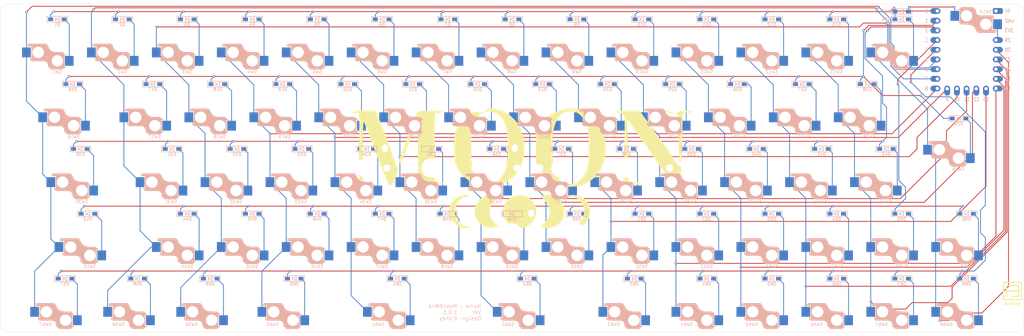
<source format=kicad_pcb>
(kicad_pcb (version 20240108) (generator "pcbnew") (generator_version "8.0")
  (layers (0 "F.Cu" signal) (31 "B.Cu" signal) (34 "B.Paste" user) (35 "F.Paste" user) (36 "B.SilkS" user "B.Silkscreen") (37 "F.SilkS" user "F.Silkscreen") (38 "B.Mask" user) (39 "F.Mask" user) (44 "Edge.Cuts" user))
  (net 0 "")
  (net 1 "Net-(D1-A)")
  (net 2 "row0")
  (net 3 "Net-(D2-A)")
  (net 4 "Net-(D3-A)")
  (net 5 "Net-(D4-A)")
  (net 6 "Net-(D5-A)")
  (net 7 "Net-(D6-A)")
  (net 8 "Net-(D7-A)")
  (net 9 "Net-(D8-A)")
  (net 10 "Net-(D9-A)")
  (net 11 "Net-(D10-A)")
  (net 12 "Net-(D11-A)")
  (net 13 "Net-(D12-A)")
  (net 14 "Net-(D13-A)")
  (net 15 "Net-(D14-A)")
  (net 16 "Net-(D15-A)")
  (net 17 "Net-(D16-A)")
  (net 18 "row1")
  (net 19 "Net-(D17-A)")
  (net 20 "Net-(D18-A)")
  (net 21 "Net-(D19-A)")
  (net 22 "Net-(D20-A)")
  (net 23 "Net-(D21-A)")
  (net 24 "Net-(D22-A)")
  (net 25 "Net-(D23-A)")
  (net 26 "Net-(D24-A)")
  (net 27 "Net-(D25-A)")
  (net 28 "Net-(D26-A)")
  (net 29 "Net-(D27-A)")
  (net 30 "Net-(D28-A)")
  (net 31 "Net-(D29-A)")
  (net 32 "Net-(D30-A)")
  (net 33 "Net-(D31-A)")
  (net 34 "row2")
  (net 35 "Net-(D32-A)")
  (net 36 "Net-(D33-A)")
  (net 37 "Net-(D34-A)")
  (net 38 "Net-(D35-A)")
  (net 39 "Net-(D36-A)")
  (net 40 "Net-(D37-A)")
  (net 41 "Net-(D38-A)")
  (net 42 "Net-(D39-A)")
  (net 43 "Net-(D40-A)")
  (net 44 "Net-(D41-A)")
  (net 45 "Net-(D42-A)")
  (net 46 "Net-(D43-A)")
  (net 47 "Net-(D44-A)")
  (net 48 "Net-(D45-A)")
  (net 49 "Net-(D46-A)")
  (net 50 "row3")
  (net 51 "Net-(D47-A)")
  (net 52 "Net-(D48-A)")
  (net 53 "Net-(D49-A)")
  (net 54 "Net-(D50-A)")
  (net 55 "Net-(D51-A)")
  (net 56 "Net-(D52-A)")
  (net 57 "Net-(D53-A)")
  (net 58 "Net-(D54-A)")
  (net 59 "Net-(D55-A)")
  (net 60 "Net-(D56-A)")
  (net 61 "Net-(D57-A)")
  (net 62 "Net-(D58-A)")
  (net 63 "Net-(D59-A)")
  (net 64 "Net-(D60-A)")
  (net 65 "Net-(D61-A)")
  (net 66 "Net-(D62-A)")
  (net 67 "Net-(D63-A)")
  (net 68 "Net-(D64-A)")
  (net 69 "Net-(D65-A)")
  (net 70 "Net-(D66-A)")
  (net 71 "Net-(D67-A)")
  (net 72 "Net-(D68-A)")
  (net 73 "col0")
  (net 74 "col1")
  (net 75 "col2")
  (net 76 "col3")
  (net 77 "col4")
  (net 78 "col5")
  (net 79 "col6")
  (net 80 "col7")
  (net 81 "col8")
  (net 82 "col9")
  (net 83 "col10")
  (net 84 "col11")
  (net 85 "col12")
  (net 86 "col13")
  (net 87 "col14")
  (net 89 "row4")
  (footprint "kbd_Parts:Diode_SMD" (layer "F.Cu") (at 52 113)
    (property "Reference" "D57")
    (property "Value" "D" (hide yes))
  )
  (footprint "kbd_Parts:Diode_SMD" (layer "F.Cu") (at 139 113)
    (property "Reference" "D61")
    (property "Value" "D" (hide yes))
  )
  (footprint "kbd_Parts:Diode_SMD" (layer "F.Cu") (at 267 79)
    (property "Reference" "D42")
    (property "Value" "D" (hide yes))
  )
  (footprint "kbd_Parts:Diode_SMD" (layer "F.Cu") (at 199 79)
    (property "Reference" "D38")
    (property "Value" "D" (hide yes))
  )
  (footprint "kbd_Parts:Diode_SMD" (layer "F.Cu") (at 220 96)
    (property "Reference" "D52")
    (property "Value" "D" (hide yes))
  )
  (footprint "kbd_Parts:Diode_SMD" (layer "F.Cu") (at 220 113)
    (property "Reference" "D64")
    (property "Value" "D" (hide yes))
  )
  (footprint "kbd_Parts:Diode_SMD" (layer "F.Cu") (at 101 96)
    (property "Reference" "D45")
    (property "Value" "D" (hide yes))
  )
  (footprint "askey:keyswitch_choc12_hotswap_1u_17mm" (layer "F.Cu") (at 271 50)
    (property "Reference" "SW14")
    (property "Value" "SW_PUSH" (hide yes))
  )
  (footprint "kbd_Parts:Diode_SMD" (layer "F.Cu") (at 286 71)
    (property "Reference" "D29")
    (property "Value" "D" (hide yes))
  )
  (footprint "kbd_Parts:Diode_SMD" (layer "F.Cu") (at 220 45)
    (property "Reference" "D11")
    (property "Value" "D" (hide yes))
  )
  (footprint "kbd_Parts:Diode_SMD" (layer "F.Cu") (at 71 113)
    (property "Reference" "D58")
    (property "Value" "D" (hide yes))
  )
  (footprint "kbd_Parts:Diode_SMD" (layer "F.Cu") (at 135 96)
    (property "Reference" "D47")
    (property "Value" "D" (hide yes))
  )
  (footprint "askey:keyswitch_choc12_hotswap_1u_17mm" (layer "F.Cu") (at 203 101)
    (property "Reference" "SW51")
    (property "Value" "SW_PUSH" (hide yes))
  )
  (footprint "kbd_Parts:Diode_SMD" (layer "F.Cu") (at 271 113)
    (property "Reference" "D67")
    (property "Value" "D" (hide yes))
  )
  (footprint "kbd_Parts:Diode_SMD" (layer "F.Cu") (at 165 79)
    (property "Reference" "D36")
    (property "Value" "D" (hide yes))
  )
  (footprint "askey:keyswitch_choc12_hotswap_1u_17mm" (layer "F.Cu") (at 50 50)
    (property "Reference" "SW1")
    (property "Value" "SW_PUSH" (hide yes))
  )
  (footprint "kbd_Parts:Diode_SMD" (layer "F.Cu") (at 152 96)
    (property "Reference" "D48")
    (property "Value" "D" (hide yes))
  )
  (footprint "askey:keyswitch_choc12_hotswap_2u_17mm" (layer "F.Cu") (at 173.25 118)
    (property "Reference" "SW62")
    (property "Value" "SW_PUSH" (hide yes))
  )
  (footprint "kbd_Parts:Diode_SMD" (layer "F.Cu") (at 148 79)
    (property "Reference" "D35")
    (property "Value" "D" (hide yes))
  )
  (footprint "askey:keyswitch_choc12_hotswap_ISOEnter_16mm" (layer "F.Cu") (at 285.875 75.5)
    (property "Reference" "SW29")
    (property "Value" "SW_PUSH" (hide yes))
  )
  (footprint "kbd_Parts:Diode_SMD" (layer "F.Cu") (at 131 79)
    (property "Reference" "D34")
    (property "Value" "D" (hide yes))
  )
  (footprint "askey:keyswitch_choc12_hotswap_1u_17mm" (layer "F.Cu") (at 237 50)
    (property "Reference" "SW12")
    (property "Value" "SW_PUSH" (hide yes))
  )
  (footprint "askey:keyswitch_choc12_hotswap_1u_17mm" (layer "F.Cu") (at 271 118)
    (property "Reference" "SW67")
    (property "Value" "SW_PUSH" (hide yes))
  )
  (footprint "askey:keyswitch_choc12_hotswap_2u_17mm" (layer "F.Cu") (at 139.25 118)
    (property "Reference" "SW61")
    (property "Value" "SW_PUSH" (hide yes))
  )
  (footprint "askey:keyswitch_choc12_hotswap_1u_17mm" (layer "F.Cu") (at 135 50)
    (property "Reference" "SW6")
    (property "Value" "SW_PUSH" (hide yes))
  )
  (footprint "askey:keyswitch_choc12_hotswap_1u_17mm" (layer "F.Cu") (at 237 101)
    (property "Reference" "SW53")
    (property "Value" "SW_PUSH" (hide yes))
  )
  (footprint "kbd_Parts:Diode_SMD" (layer "F.Cu") (at 109 62)
    (property "Reference" "D19")
    (property "Value" "D" (hide yes))
  )
  (footprint "askey:keyswitch_choc12_hotswap_1u_17mm" (layer "F.Cu") (at 198.75 84)
    (property "Reference" "SW38")
    (property "Value" "SW_PUSH" (hide yes))
  )
  (footprint "askey:keyswitch_choc12_hotswap_1u_17mm" (layer "F.Cu") (at 237 118)
    (property "Reference" "SW65")
    (property "Value" "SW_PUSH" (hide yes))
  )
  (footprint "kbd_Parts:Diode_SMD" (layer "F.Cu") (at 152.2 45)
    (property "Reference" "D7")
    (property "Value" "D" (hide yes))
  )
  (footprint "askey:keyswitch_choc12_hotswap_1u_17mm" (layer "F.Cu") (at 220 50)
    (property "Reference" "SW11")
    (property "Value" "SW_PUSH" (hide yes))
  )
  (footprint "symbol:MoonSeries_logo" (layer "F.Cu") (at 171 84)
    (property "Reference" "G***" (hide yes))
    (property "Value" "LOGO" (hide yes))
  )
  (footprint "askey:keyswitch_choc12_hotswap_1u_17mm" (layer "F.Cu") (at 288 50 180)
    (property "Reference" "SW15")
    (property "Value" "SW_PUSH" (hide yes))
  )
  (footprint "kbd_Parts:Diode_SMD" (layer "F.Cu") (at 271 45)
    (property "Reference" "D14")
    (property "Value" "D" (hide yes))
  )
  (footprint "kbd_Parts:Diode_SMD" (layer "F.Cu") (at 186 45)
    (property "Reference" "D9")
    (property "Value" "D" (hide yes))
  )
  (footprint "askey:keyswitch_choc12_hotswap_1u_17mm" (layer "F.Cu") (at 147.75 84)
    (property "Reference" "SW35")
    (property "Value" "SW_PUSH" (hide yes))
  )
  (footprint "kbd_Parts:Diode_SMD" (layer "F.Cu") (at 245 62)
    (property "Reference" "D27")
    (property "Value" "D" (hide yes))
  )
  (footprint "kbd_Parts:Diode_SMD" (layer "F.Cu") (at 58 96)
    (property "Reference" "D43")
    (property "Value" "D" (hide yes))
  )
  (footprint "kbd_Parts:Diode_SMD" (layer "F.Cu") (at 250 79)
    (property "Reference" "D41")
    (property "Value" "D" (hide yes))
  )
  (footprint "askey:keyswitch_choc12_hotswap_1u_17mm" (layer "F.Cu") (at 126.5 67)
    (property "Reference" "SW20")
    (property "Value" "SW_PUSH" (hide yes))
  )
  (footprint "askey:keyswitch_choc12_hotswap_1u_17mm" (layer "F.Cu") (at 266.75 84)
    (property "Reference" "SW42")
    (property "Value" "SW_PUSH" (hide yes))
  )
  (footprint "kbd_Parts:Diode_SMD" (layer "F.Cu") (at 254 45)
    (property "Reference" "D13")
    (property "Value" "D" (hide yes))
  )
  (footprint "kbd_Parts:Diode_SMD" (layer "F.Cu") (at 114 79)
    (property "Reference" "D33")
    (property "Value" "D" (hide yes))
  )
  (footprint "kbd_Parts:Diode_SMD" (layer "F.Cu") (at 203 45)
    (property "Reference" "D10")
    (property "Value" "D" (hide yes))
  )
  (footprint "askey:keyswitch_choc12_hotswap_1u_17mm" (layer "F.Cu") (at 118 50)
    (property "Reference" "SW5")
    (property "Value" "SW_PUSH" (hide yes))
  )
  (footprint "kbd_Parts:Diode_SMD" (layer "F.Cu") (at 177 62)
    (property "Reference" "D23")
    (property "Value" "D" (hide yes))
  )
  (footprint "kbd_Parts:Diode_SMD" (layer "F.Cu") (at 67 45)
    (property "Reference" "D2")
    (property "Value" "D" (hide yes))
  )
  (footprint "kbd_Parts:Diode_SMD" (layer "F.Cu") (at 228 62)
    (property "Reference" "D26")
    (property "Value" "D" (hide yes))
  )
  (footprint "kbd_Parts:Diode_SMD" (layer "F.Cu") (at 80 79)
    (property "Reference" "D31")
    (property "Value" "D" (hide yes))
  )
  (footprint "askey:keyswitch_choc12_hotswap_1u_17mm" (layer "F.Cu") (at 288 118)
    (property "Reference" "SW68")
    (property "Value" "SW_PUSH" (hide yes))
  )
  (footprint "kbd_Parts:Diode_SMD" (layer "F.Cu") (at 288 113)
    (property "Reference" "D68")
    (property "Value" "D" (hide yes))
  )
  (footprint "askey:keyswitch_choc12_hotswap_1u_17mm" (layer "F.Cu") (at 186 50)
    (property "Reference" "SW9")
    (property "Value" "SW_PUSH" (hide yes))
  )
  (footprint "kbd_Parts:Diode_SMD" (layer "F.Cu") (at 271 43)
    (property "Reference" "D15")
    (property "Value" "D" (hide yes))
  )
  (footprint "kbd_Hole:m2_Screw_Hole" (layer "F.Cu") (at 300 124)
    (property "Reference" "Ref**")
    (property "Value" "Val**")
  )
  (footprint "askey:keyswitch_choc12_hotswap_1u_17mm" (layer "F.Cu") (at 152 101)
    (property "Reference" "SW48")
    (property "Value" "SW_PUSH" (hide yes))
  )
  (footprint "symbol:AsKey_logo_5mm" (layer "F.Cu") (at 300 117)
    (property "Reference" "G***" (hide yes))
    (property "Value" "LOGO" (hide yes))
  )
  (footprint "kbd_Parts:Diode_SMD" (layer "F.Cu") (at 90 113)
    (property "Reference" "D59")
    (property "Value" "D" (hide yes))
  )
  (footprint "askey:keyswitch_choc12_hotswap_1u_17mm" (layer "F.Cu") (at 101 101)
    (property "Reference" "SW45")
    (property "Value" "SW_PUSH" (hide yes))
  )
  (footprint "kbd_Parts:Diode_SMD" (layer "F.Cu") (at 84 45)
    (property "Reference" "D3")
    (property "Value" "D" (hide yes))
  )
  (footprint "askey:keyswitch_choc12_hotswap_1u_17mm" (layer "F.Cu") (at 254 101)
    (property "Reference" "SW54")
    (property "Value" "SW_PUSH" (hide yes))
  )
  (footprint "kbd_Parts:Diode_SMD" (layer "F.Cu") (at 169 45)
    (property "Reference" "D8")
    (property "Value" "D" (hide yes))
  )
  (footprint "kbd_Parts:Diode_SMD" (layer "F.Cu") (at 201 113)
    (property "Reference" "D63")
    (property "Value" "D" (hide yes))
  )
  (footprint "kbd_Parts:Diode_SMD" (layer "F.Cu") (at 97 79)
    (property "Reference" "D32")
    (property "Value" "D" (hide yes))
  )
  (footprint "kbd_Parts:Diode_SMD" (layer "F.Cu") (at 135 45)
    (property "Reference" "D6")
    (property "Value" "D" (hide yes))
  )
  (footprint "askey:keyswitch_choc12_hotswap_1u_17mm" (layer "F.Cu") (at 254 50)
    (property "Reference" "SW13")
    (property "Value" "SW_PUSH" (hide yes))
  )
  (footprint "askey:keyswitch_choc12_hotswap_1u_17mm" (layer "F.Cu") (at 118 101)
    (property "Reference" "SW46")
    (property "Value" "SW_PUSH" (hide yes))
  )
  (footprint "kbd_Parts:Diode_SMD" (layer "F.Cu") (at 50 45)
    (property "Reference" "D1")
    (property "Value" "D" (hide yes))
  )
  (footprint "kbd_Parts:Diode_SMD" (layer "F.Cu") (at 288 96)
    (property "Reference" "D56")
    (property "Value" "D" (hide yes))
  )
  (footprint "askey:keyswitch_choc12_hotswap_1u_17mm" (layer "F.Cu") (at 245.5 67)
    (property "Reference" "SW27")
    (property "Value" "SW_PUSH" (hide yes))
  )
  (footprint "askey:keyswitch_choc12_hotswap_1u_17mm" (layer "F.Cu") (at 75.5 67)
    (property "Reference" "SW17")
    (property "Value" "SW_PUSH" (hide yes))
  )
  (footprint "askey:keyswitch_choc12_hotswap_1u_17mm" (layer "F.Cu") (at 71.25 118)
    (property "Reference" "SW58")
    (property "Value" "SW_PUSH" (hide yes))
  )
  (footprint "kbd_Parts:Diode_SMD" (layer "F.Cu") (at 237 113)
    (property "Reference" "D65")
    (property "Value" "D" (hide yes))
  )
  (footprint "kbd_Parts:Diode_SMD" (layer "F.Cu") (at 112 113)
    (property "Reference" "D60")
    (property "Value" "D" (hide yes))
  )
  (footprint "askey:keyswitch_choc12_hotswap_1u_17mm" (layer "F.Cu") (at 220 101)
    (property "Reference" "SW52")
    (property "Value" "SW_PUSH" (hide yes))
  )
  (footprint "askey:RP2040-Zero-TH" (layer "F.Cu") (at 288 53)
    (property "Reference" "U1" (hide yes))
    (property "Value" "RP2040-Zero" (hide yes))
  )
  (footprint "askey:keyswitch_choc12_hotswap_1u_17mm" (layer "F.Cu") (at 186 101)
    (property "Reference" "SW50")
    (property "Value" "SW_PUSH" (hide yes))
  )
  (footprint "kbd_Hole:m2_Screw_Hole" (layer "F.Cu") (at 38 124)
    (property "Reference" "Ref**")
    (property "Value" "Val**")
  )
  (footprint "kbd_Hole:m2_Screw_Hole" (layer "F.Cu") (at 300 44)
    (property "Reference" "Ref**")
    (property "Value" "Val**")
  )
  (footprint "askey:keyswitch_choc12_hotswap_1u_17mm" (layer "F.Cu") (at 169 101)
    (property "Reference" "SW49")
    (property "Value" "SW_PUSH" (hide yes))
  )
  (footprint "kbd_Parts:Diode_SMD" (layer "F.Cu") (at 216 79)
    (property "Reference" "D39")
    (property "Value" "D" (hide yes))
  )
  (footprint "askey:keyswitch_choc12_hotswap_1u_17mm" (layer "F.Cu") (at 84 50)
    (property "Reference" "SW3")
    (property "Value" "SW_PUSH" (hide yes))
  )
  (footprint "kbd_Parts:Diode_SMD" (layer "F.Cu") (at 56 79)
    (property "Reference" "D30")
    (property "Value" "D" (hide yes))
  )
  (footprint "kbd_Parts:Diode_SMD" (layer "F.Cu") (at 233 79)
    (property "Reference" "D40")
    (property "Value" "D" (hide yes))
  )
  (footprint "askey:keyswitch_choc12_hotswap_1u_17mm" (layer "F.Cu") (at 67 50)
    (property "Reference" "SW2")
    (property "Value" "SW_PUSH" (hide yes))
  )
  (footprint "kbd_Parts:Diode_SMD" (layer "F.Cu") (at 182 79)
    (property "Reference" "D37")
    (property "Value" "D" (hide yes))
  )
  (footprint "askey:keyswitch_choc12_hotswap_1.25u_17mm" (layer "F.Cu") (at 52.125 118)
    (property "Reference" "SW57")
    (property "Value" "SW_PUSH" (hide yes))
  )
  (footprint "kbd_Parts:Diode_SMD" (layer "F.Cu") (at 211 62)
    (property "Reference" "D25")
    (property "Value" "D" (hide yes))
  )
  (footprint "kbd_Parts:Diode_SMD" (layer "F.Cu") (at 143 62)
    (property "Reference" "D21")
    (property "Value" "D" (hide yes))
  )
  (footprint "kbd_Hole:m2_Screw_Hole" (layer "F.Cu") (at 38 44)
    (property "Reference" "Ref**")
    (property "Value" "Val**")
  )
  (footprint "kbd_Parts:Diode_SMD" (layer "F.Cu") (at 254 96)
    (property "Reference" "D54")
    (property "Value" "D" (hide yes))
  )
  (footprint "askey:keyswitch_choc12_hotswap_1u_17mm" (layer "F.Cu") (at 232.75 84)
    (property "Reference" "SW40")
    (property "Value" "SW_PUSH" (hide yes))
  )
  (footprint "askey:keyswitch_choc12_hotswap_1u_17mm" (layer "F.Cu") (at 160.5 67)
    (property "Reference" "SW22")
    (property "Value" "SW_PUSH" (hide yes))
  )
  (footprint "kbd_Parts:Diode_SMD" (layer "F.Cu") (at 84 96)
    (property "Reference" "D44")
    (property "Value" "D" (hide yes))
  )
  (footprint "kbd_Parts:Diode_SMD" (layer "F.Cu") (at 75 62)
    (property "Reference" "D17")
    (property "Value" "D" (hide yes))
  )
  (footprint "askey:keyswitch_choc12_hotswap_1u_17mm" (layer "F.Cu") (at 152 50)
    (property "Reference" "SW7")
    (property "Value" "SW_PUSH" (hide yes))
  )
  (footprint "kbd_Parts:Diode_SMD" (layer "F.Cu") (at 194 62)
    (property "Reference" "D24")
    (property "Value" "D" (hide yes))
  )
  (footprint "askey:keyswitch_choc12_hotswap_1.75u_17mm" (layer "F.Cu") (at 56.375 84)
    (property "Reference" "SW30")
    (property "Value" "SW_PUSH" (hide yes))
  )
  (footprint "askey:keyswitch_choc12_hotswap_1u_17mm" (layer "F.Cu") (at 79.75 84)
    (property "Reference" "SW31")
    (property "Value" "SW_PUSH" (hide yes))
  )
  (footprint "kbd_Parts:Diode_SMD" (layer "F.Cu") (at 254 113)
    (property "Reference" "D66")
    (property "Value" "D" (hide yes))
  )
  (footprint "askey:keyswitch_choc12_hotswap_1u_17mm" (layer "F.Cu") (at 164.75 84)
    (property "Reference" "SW36")
    (property "Value" "SW_PUSH" (hide yes))
  )
  (footprint "askey:keyswitch_choc12_hotswap_1u_17mm" (layer "F.Cu") (at 84 101)
    (property "Reference" "SW44")
    (property "Value" "SW_PUSH" (hide yes))
  )
  (footprint "askey:keyswitch_choc12_hotswap_1u_17mm" (layer "F.Cu") (at 194.5 67)
    (property "Reference" "SW24")
    (property "Value" "SW_PUSH" (hide yes))
  )
  (footprint "askey:keyswitch_choc12_hotswap_1u_17mm" (layer "F.Cu") (at 254 118)
    (property "Reference" "SW66")
    (property "Value" "SW_PUSH" (hide yes))
  )
  (footprint "askey:keyswitch_choc12_hotswap_1u_17mm" (layer "F.Cu") (at 130.75 84)
    (property "Reference" "SW34")
    (property "Value" "SW_PUSH" (hide yes))
  )
  (footprint "askey:keyswitch_choc12_hotswap_1u_17mm" (layer "F.Cu") (at 109.5 67)
    (property "Reference" "SW19")
    (property "Value" "SW_PUSH" (hide yes))
  )
  (footprint "kbd_Parts:Diode_SMD" (layer "F.Cu") (at 92 62)
    (property "Reference" "D18")
    (property "Value" "D" (hide yes))
  )
  (footprint "askey:keyswitch_choc12_hotswap_1.25u_17mm" (layer "F.Cu") (at 200.875 118)
    (property "Reference" "SW63")
    (property "Value" "SW_PUSH" (hide yes))
  )
  (footprint "askey:keyswitch_choc12_hotswap_1u_17mm" (layer "F.Cu") (at 228.5 67)
    (property "Reference" "SW26")
    (property "Value" "SW_PUSH" (hide yes))
  )
  (footprint "kbd_Parts:Diode_SMD" (layer "F.Cu") (at 126 62)
    (property "Reference" "D20")
    (property "Value" "D" (hide yes))
  )
  (footprint "askey:keyswitch_choc12_hotswap_1u_17mm" (layer "F.Cu") (at 143.5 67)
    (property "Reference" "SW21")
    (property "Value" "SW_PUSH" (hide yes))
  )
  (footprint "askey:keyswitch_choc12_hotswap_1u_17mm" (layer "F.Cu") (at 271 101)
    (property "Reference" "SW55")
    (property "Value" "SW_PUSH" (hide yes))
  )
  (footprint "askey:keyswitch_choc12_hotswap_2u_17mm" (layer "F.Cu") (at 58.5 101)
    (property "Reference" "SW43")
    (property "Value" "SW_PUSH" (hide yes))
  )
  (footprint "askey:keyswitch_choc12_hotswap_1u_17mm" (layer "F.Cu") (at 101 50)
    (property "Reference" "SW4")
    (property "Value" "SW_PUSH" (hide yes))
  )
  (footprint "askey:keyswitch_choc12_hotswap_1u_17mm" (layer "F.Cu") (at 169 50)
    (property "Reference" "SW8")
    (property "Value" "SW_PUSH" (hide yes))
  )
  (footprint "askey:keyswitch_choc12_hotswap_1u_17mm" (layer "F.Cu") (at 96.75 84)
    (property "Reference" "SW32")
    (property "Value" "SW_PUSH" (hide yes))
  )
  (footprint "kbd_Parts:Diode_SMD" (layer "F.Cu") (at 237 96)
    (property "Reference" "D53")
    (property "Value" "D" (hide yes))
  )
  (footprint "askey:keyswitch_choc12_hotswap_1.25u_17mm" (layer "F.Cu") (at 111.625 118)
    (property "Reference" "SW60")
    (property "Value" "SW_PUSH" (hide yes))
  )
  (footprint "askey:keyswitch_choc12_hotswap_1u_17mm" (layer "F.Cu") (at 215.75 84)
    (property "Reference" "SW39")
    (property "Value" "SW_PUSH" (hide yes))
  )
  (footprint "askey:keyswitch_choc12_hotswap_1u_17mm" (layer "F.Cu") (at 211.5 67)
    (property "Reference" "SW25")
    (property "Value" "SW_PUSH" (hide yes))
  )
  (footprint "askey:keyswitch_choc12_hotswap_1u_17mm" (layer "F.Cu") (at 220 118)
    (property "Reference" "SW64")
    (property "Value" "SW_PUSH" (hide yes))
  )
  (footprint "askey:keyswitch_choc12_hotswap_1u_17mm" (layer "F.Cu") (at 177.5 67)
    (property "Reference" "SW23")
    (property "Value" "SW_PUSH" (hide yes))
  )
  (footprint "askey:keyswitch_choc12_hotswap_1u_17mm" (layer "F.Cu") (at 288 101)
    (property "Reference" "SW56")
    (property "Value" "SW_PUSH" (hide yes))
  )
  (footprint "kbd_Parts:Diode_SMD" (layer "F.Cu") (at 101 45)
    (property "Reference" "D4")
    (property "Value" "D" (hide yes))
  )
  (footprint "kbd_Parts:Diode_SMD" (layer "F.Cu") (at 237 45)
    (property "Reference" "D12")
    (property "Value" "D" (hide yes))
  )
  (footprint "kbd_Parts:Diode_SMD" (layer "F.Cu") (at 54 62)
    (property "Reference" "D16")
    (property "Value" "D" (hide yes))
  )
  (footprint "askey:keyswitch_choc12_hotswap_1u_17mm" (layer "F.Cu") (at 203 50)
    (property "Reference" "SW10")
    (property "Value" "SW_PUSH" (hide yes))
  )
  (footprint "kbd_Parts:Diode_SMD" (layer "F.Cu") (at 203 96)
    (property "Reference" "D51")
    (property "Value" "D" (hide yes))
  )
  (footprint "kbd_Parts:Diode_SMD" (layer "F.Cu") (at 173 113)
    (property "Reference" "D62")
    (property "Value" "D" (hide yes))
  )
  (footprint "kbd_Parts:Diode_SMD" (layer "F.Cu") (at 262 62)
    (property "Reference" "D28")
    (property "Value" "D" (hide yes))
  )
  (footprint "askey:keyswitch_choc12_hotswap_1.5u_17mm" (layer "F.Cu") (at 54.25 67)
    (property "Reference" "SW16")
    (property "Value" "SW_PUSH" (hide yes))
  )
  (footprint "askey:keyswitch_choc12_hotswap_1u_17mm" (layer "F.Cu") (at 92.5 67)
    (property "Reference" "SW18")
    (property "Value" "SW_PUSH" (hide yes))
  )
  (footprint "kbd_Parts:Diode_SMD" (layer "F.Cu") (at 118 96)
    (property "Reference" "D46")
    (property "Value" "D" (hide yes))
  )
  (footprint "askey:keyswitch_choc12_hotswap_1u_17mm" (layer "F.Cu") (at 135 101)
    (property "Reference" "SW47")
    (property "Value" "SW_PUSH" (hide yes))
  )
  (footprint "askey:keyswitch_choc12_hotswap_1u_17mm" (layer "F.Cu") (at 249.75 84)
    (property "Reference" "SW41")
    (property "Value" "SW_PUSH" (hide yes))
  )
  (footprint "kbd_Parts:Diode_SMD" (layer "F.Cu") (at 186 96)
    (property "Reference" "D50")
    (property "Value" "D" (hide yes))
  )
  (footprint "askey:keyswitch_choc12_hotswap_1u_17mm" (layer "F.Cu") (at 262.5 67)
    (property "Reference" "SW28")
    (property "Value" "SW_PUSH" (hide yes))
  )
  (footprint "askey:keyswitch_choc12_hotswap_1u_17mm" (layer "F.Cu") (at 113.75 84)
    (property "Reference" "SW33")
    (property "Value" "SW_PUSH" (hide yes))
  )
  (footprint "kbd_Parts:Diode_SMD" (layer "F.Cu") (at 160 62)
    (property "Reference" "D22")
    (property "Value" "D" (hide yes))
  )
  (footprint "kbd_Parts:Diode_SMD" (layer "F.Cu") (at 118 45)
    (property "Reference" "D5")
    (property "Value" "D" (hide yes))
  )
  (footprint "kbd_Parts:Diode_SMD" (layer "F.Cu") (at 271 96)
    (property "Reference" "D55")
    (property "Value" "D" (hide yes))
  )
  (footprint "askey:keyswitch_choc12_hotswap_1.25u_17mm" (layer "F.Cu") (at 90.375 118)
    (property "Reference" "SW59")
    (property "Value" "SW_PUSH" (hide yes))
  )
  (footprint "askey:keyswitch_choc12_hotswap_1u_17mm" (layer "F.Cu") (at 181.75 84)
    (property "Reference" "SW37")
    (property "Value" "SW_PUSH" (hide yes))
  )
  (footprint "kbd_Parts:Diode_SMD" (layer "F.Cu") (at 169 96)
    (property "Reference" "D49")
    (property "Value" "D" (hide yes))
  )
  (gr_line (start 303 43) (end 303 125) (stroke (width 0.05)) (layer "Edge.Cuts"))
  (gr_arc (start 37 127) (mid 35.585786 126.414214) (end 35 125) (stroke (width 0.05)) (layer "Edge.Cuts"))
  (gr_line (start 35 125) (end 35 43) (stroke (width 0.05)) (layer "Edge.Cuts"))
  (gr_arc (start 303 125) (mid 302.414214 126.414214) (end 301 127) (stroke (width 0.05)) (layer "Edge.Cuts"))
  (gr_line (start 301 127) (end 37 127) (stroke (width 0.05)) (layer "Edge.Cuts"))
  (gr_arc (start 301 41) (mid 302.414214 41.585786) (end 303 43) (stroke (width 0.05)) (layer "Edge.Cuts"))
  (gr_arc (start 35 43) (mid 35.585786 41.585786) (end 37 41) (stroke (width 0.05)) (layer "Edge.Cuts"))
  (gr_line (start 37 41) (end 301 41) (stroke (width 0.05)) (layer "Edge.Cuts"))
  (gr_text ": Moon68na\n: 1.0.1\n: A'sKey" (at 156 124 0) (layer "B.SilkS") (effects (font (size 1 1) (thickness 0.1)) (justify left bottom mirror)))
  (gr_text "Name\nVer\nDesign" (at 161 124 0) (layer "B.SilkS") (effects (font (size 1 1) (thickness 0.1)) (justify left bottom mirror)))
  (segment (start 53.1 46.325) (end 53.1 55.9) (width 0.2) (layer "B.Cu") (net 1))
  (segment (start 51.775 45) (end 53.1 46.325) (width 0.2) (layer "B.Cu") (net 1))
  (segment (start 268 43) (end 269 42) (width 0.2) (layer "F.Cu") (net 2))
  (segment (start 219 43) (end 202 43) (width 0.2) (layer "F.Cu") (net 2))
  (segment (start 168 43) (end 151 43) (width 0.2) (layer "F.Cu") (net 2))
  (segment (start 253 43) (end 236 43) (width 0.2) (layer "F.Cu") (net 2))
  (segment (start 83 43) (end 66 43) (width 0.2) (layer "F.Cu") (net 2))
  (segment (start 151 43) (end 134 43) (width 0.2) (layer "F.Cu") (net 2))
  (segment (start 134 43) (end 117 43) (width 0.2) (layer "F.Cu") (net 2))
  (segment (start 253 43) (end 268 43) (width 0.2) (layer "F.Cu") (net 2))
  (segment (start 66 43) (end 49 43) (width 0.2) (layer "F.Cu") (net 2))
  (segment (start 202 43) (end 185 43) (width 0.2) (layer "F.Cu") (net 2))
  (segment (start 236 43) (end 219 43) (width 0.2) (layer "F.Cu") (net 2))
  (segment (start 100 43) (end 83 43) (width 0.2) (layer "F.Cu") (net 2))
  (segment (start 117 43) (end 100 43) (width 0.2) (layer "F.Cu") (net 2))
  (segment (start 280.33 42.84) (end 269.84 42.84) (width 0.2) (layer "F.Cu") (net 2))
  (segment (start 185 43) (end 168 43) (width 0.2) (layer "F.Cu") (net 2))
  (segment (start 269.84 42.84) (end 269 42) (width 0.2) (layer "F.Cu") (net 2))
  (via (at 185 43) (size 0.6) (drill 0.3) (layers "F.Cu" "B.Cu") (net 2))
  (via (at 168 43) (size 0.6) (drill 0.3) (layers "F.Cu" "B.Cu") (net 2))
  (via (at 49 43) (size 0.6) (drill 0.3) (layers "F.Cu" "B.Cu") (net 2))
  (via (at 100 43) (size 0.6) (drill 0.3) (layers "F.Cu" "B.Cu") (net 2))
  (via (at 134 43) (size 0.6) (drill 0.3) (layers "F.Cu" "B.Cu") (net 2))
  (via (at 117 43) (size 0.6) (drill 0.3) (layers "F.Cu" "B.Cu") (net 2))
  (via (at 269 42) (size 0.6) (drill 0.3) (layers "F.Cu" "B.Cu") (net 2))
  (via (at 236 43) (size 0.6) (drill 0.3) (layers "F.Cu" "B.Cu") (net 2))
  (via (at 66 43) (size 0.6) (drill 0.3) (layers "F.Cu" "B.Cu") (net 2))
  (via (at 151 43) (size 0.6) (drill 0.3) (layers "F.Cu" "B.Cu") (net 2))
  (via (at 83 43) (size 0.6) (drill 0.3) (layers "F.Cu" "B.Cu") (net 2))
  (via (at 202 43) (size 0.6) (drill 0.3) (layers "F.Cu" "B.Cu") (net 2))
  (via (at 219 43) (size 0.6) (drill 0.3) (layers "F.Cu" "B.Cu") (net 2))
  (via (at 253 43) (size 0.6) (drill 0.3) (layers "F.Cu" "B.Cu") (net 2))
  (segment (start 168 43) (end 167.225 43.775) (width 0.2) (layer "B.Cu") (net 2))
  (segment (start 201.225 43.775) (end 201.225 45) (width 0.2) (layer "B.Cu") (net 2))
  (segment (start 117 43) (end 116.225 43.775) (width 0.2) (layer "B.Cu") (net 2))
  (segment (start 202 43) (end 201.225 43.775) (width 0.2) (layer "B.Cu") (net 2))
  (segment (start 269.225 43) (end 269.225 45) (width 0.2) (layer "B.Cu") (net 2))
  (segment (start 82.225 43.775) (end 82.225 45) (width 0.2) (layer "B.Cu") (net 2))
  (segment (start 184.225 43.775) (end 184.225 45) (width 0.2) (layer "B.Cu") (net 2))
  (segment (start 218.225 43.775) (end 218.225 45) (width 0.2) (layer "B.Cu") (net 2))
  (segment (start 49 43) (end 48.225 43.775) (width 0.2) (layer "B.Cu") (net 2))
  (segment (start 99.225 43.775) (end 99.225 45) (width 0.2) (layer "B.Cu") (net 2))
  (segment (start 151 43) (end 150.425 43.575) (width 0.2) (layer "B.Cu") (net 2))
  (segment (start 48.225 43.775) (end 48.225 45) (width 0.2) (layer "B.Cu") (net 2))
  (segment (start 116.225 43.775) (end 116.225 45) (width 0.2) (layer "B.Cu") (net 2))
  (segment (start 269 42.775) (end 269.225 43) (width 0.2) (layer "B.Cu") (net 2))
  (segment (start 100 43) (end 99.225 43.775) (width 0.2) (layer "B.Cu") (net 2))
  (segment (start 134 43) (end 133.225 43.775) (width 0.2) (layer "B.Cu") (net 2))
  (segment (start 219 43) (end 218.225 43.775) (width 0.2) (layer "B.Cu") (net 2))
  (segment (start 252.225 43.775) (end 252.225 45) (width 0.2) (layer "B.Cu") (net 2))
  (segment (start 167.225 43.775) (end 167.225 45) (width 0.2) (layer "B.Cu") (net 2))
  (segment (start 150.425 43.575) (end 150.425 45) (width 0.2) (layer "B.Cu") (net 2))
  (segment (start 133.225 43.775) (end 133.225 45) (width 0.2) (layer "B.Cu") (net 2))
  (segment (start 269 42) (end 269 42.775) (width 0.2) (layer "B.Cu") (net 2))
  (segment (start 253 43) (end 252.225 43.775) (width 0.2) (layer "B.Cu") (net 2))
  (segment (start 236 43) (end 235.225 43.775) (width 0.2) (layer "B.Cu") (net 2))
  (segment (start 83 43) (end 82.225 43.775) (width 0.2) (layer "B.Cu") (net 2))
  (segment (start 65.225 43.775) (end 65.225 45) (width 0.2) (layer "B.Cu") (net 2))
  (segment (start 66 43) (end 65.225 43.775) (width 0.2) (layer "B.Cu") (net 2))
  (segment (start 235.225 43.775) (end 235.225 45) (width 0.2) (layer "B.Cu") (net 2))
  (segment (start 185 43) (end 184.225 43.775) (width 0.2) (layer "B.Cu") (net 2))
  (segment (start 68.775 45) (end 70.1 46.325) (width 0.2) (layer "B.Cu") (net 3))
  (segment (start 70.1 46.325) (end 70.1 55.9) (width 0.2) (layer "B.Cu") (net 3))
  (segment (start 87.1 46.325) (end 87.1 55.9) (width 0.2) (layer "B.Cu") (net 4))
  (segment (start 85.775 45) (end 87.1 46.325) (width 0.2) (layer "B.Cu") (net 4))
  (segment (start 104.1 46.325) (end 104.1 55.9) (width 0.2) (layer "B.Cu") (net 5))
  (segment (start 102.775 45) (end 104.1 46.325) (width 0.2) (layer "B.Cu") (net 5))
  (segment (start 121.1 46.325) (end 121.1 55.9) (width 0.2) (layer "B.Cu") (net 6))
  (segment (start 119.775 45) (end 121.1 46.325) (width 0.2) (layer "B.Cu") (net 6))
  (segment (start 138.1 46.325) (end 138.1 55.9) (width 0.2) (layer "B.Cu") (net 7))
  (segment (start 136.775 45) (end 138.1 46.325) (width 0.2) (layer "B.Cu") (net 7))
  (segment (start 153.975 45) (end 155.1 46.125) (width 0.2) (layer "B.Cu") (net 8))
  (segment (start 155.1 46.125) (end 155.1 55.9) (width 0.2) (layer "B.Cu") (net 8))
  (segment (start 170.775 45) (end 172.1 46.325) (width 0.2) (layer "B.Cu") (net 9))
  (segment (start 172.1 46.325) (end 172.1 55.9) (width 0.2) (layer "B.Cu") (net 9))
  (segment (start 187.775 45) (end 189.1 46.325) (width 0.2) (layer "B.Cu") (net 10))
  (segment (start 189.1 46.325) (end 189.1 55.9) (width 0.2) (layer "B.Cu") (net 10))
  (segment (start 204.775 45) (end 206.1 46.325) (width 0.2) (layer "B.Cu") (net 11))
  (segment (start 206.1 46.325) (end 206.1 55.9) (width 0.2) (layer "B.Cu") (net 11))
  (segment (start 221.775 45) (end 223.1 46.325) (width 0.2) (layer "B.Cu") (net 12))
  (segment (start 223.1 46.325) (end 223.1 55.9) (width 0.2) (layer "B.Cu") (net 12))
  (segment (start 238.775 45) (end 240.1 46.325) (width 0.2) (layer "B.Cu") (net 13))
  (segment (start 240.1 46.325) (end 240.1 55.9) (width 0.2) (layer "B.Cu") (net 13))
  (segment (start 255.775 45) (end 257.1 46.325) (width 0.2) (layer "B.Cu") (net 14))
  (segment (start 257.1 46.325) (end 257.1 55.9) (width 0.2) (layer "B.Cu") (net 14))
  (segment (start 272.775 45) (end 274.1 46.325) (width 0.2) (layer "B.Cu") (net 15))
  (segment (start 274.1 46.325) (end 274.1 55.9) (width 0.2) (layer "B.Cu") (net 15))
  (segment (start 284.78 41.79) (end 273.01 41.79) (width 0.2) (layer "F.Cu") (net 16))
  (segment (start 284.79 41.8) (end 284.78 41.79) (width 0.2) (layer "F.Cu") (net 16))
  (segment (start 273.01 41.79) (end 273 41.8) (width 0.2) (layer "F.Cu") (net 16))
  (via (at 284.79 41.8) (size 0.6) (drill 0.3) (layers "F.Cu" "B.Cu") (net 16))
  (via (at 273 41.8) (size 0.6) (drill 0.3) (layers "F.Cu" "B.Cu") (net 16))
  (segment (start 272.775 43) (end 272.775 42.025) (width 0.2) (layer "B.Cu") (net 16))
  (segment (start 284.9 41.91) (end 284.9 44.1) (width 0.2) (layer "B.Cu") (net 16))
  (segment (start 272.775 42.025) (end 273 41.8) (width 0.2) (layer "B.Cu") (net 16))
  (segment (start 284.79 41.8) (end 284.9 41.91) (width 0.2) (layer "B.Cu") (net 16))
  (segment (start 57.35 63.575) (end 57.35 72.9) (width 0.2) (layer "B.Cu") (net 17))
  (segment (start 55.775 62) (end 57.35 63.575) (width 0.2) (layer "B.Cu") (net 17))
  (segment (start 125 60) (end 142 60) (width 0.2) (layer "F.Cu") (net 18))
  (segment (start 266 65) (end 261 60) (width 0.2) (layer "F.Cu") (net 18))
  (segment (start 176 60) (end 193 60) (width 0.2) (layer "F.Cu") (net 18))
  (segment (start 262.4 46.6) (end 261 48) (width 0.2) (layer "F.Cu") (net 18))
  (segment (start 91 60) (end 108 60) (width 0.2) (layer "F.Cu") (net 18))
  (segment (start 108 60) (end 125 60) (width 0.2) (layer "F.Cu") (net 18))
  (segment (start 74 60) (end 91 60) (width 0.2) (layer "F.Cu") (net 18))
  (segment (start 227 60) (end 244 60) (width 0.2) (layer "F.Cu") (net 18))
  (segment (start 159 60) (end 176 60) (width 0.2) (layer "F.Cu") (net 18))
  (segment (start 193 60) (end 210 60) (width 0.2) (layer "F.Cu") (net 18))
  (segment (start 276 65) (end 266 65) (width 0.2) (layer "F.Cu") (net 18))
  (segment (start 210 60) (end 227 60) (width 0.2) (layer "F.Cu") (net 18))
  (segment (start 280.33 45.38) (end 279.11 46.6) (width 0.2) (layer "F.Cu") (net 18))
  (segment (start 279.11 46.6) (end 262.4 46.6) (width 0.2) (layer "F.Cu") (net 18))
  (segment (start 142 60) (end 159 60) (width 0.2) (layer "F.Cu") (net 18))
  (segment (start 244 60) (end 261 60) (width 0.2) (layer "F.Cu") (net 18))
  (segment (start 53 60) (end 74 60) (width 0.2) (layer "F.Cu") (net 18))
  (via (at 261 48) (size 0.6) (drill 0.3) (layers "F.Cu" "B.Cu") (net 18))
  (via (at 108 60) (size 0.6) (drill 0.3) (layers "F.Cu" "B.Cu") (net 18))
  (via (at 261 60) (size 0.6) (drill 0.3) (layers "F.Cu" "B.Cu") (net 18))
  (via (at 159 60) (size 0.6) (drill 0.3) (layers "F.Cu" "B.Cu") (net 18))
  (via (at 142 60) (size 0.6) (drill 0.3) (layers "F.Cu" "B.Cu") (net 18))
  (via (at 193 60) (size 0.6) (drill 0.3) (layers "F.Cu" "B.Cu") (net 18))
  (via (at 125 60) (size 0.6) (drill 0.3) (layers "F.Cu" "B.Cu") (net 18))
  (via (at 244 60) (size 0.6) (drill 0.3) (layers "F.Cu" "B.Cu") (net 18))
  (via (at 91 60) (size 0.6) (drill 0.3) (layers "F.Cu" "B.Cu") (net 18))
  (via (at 53 60) (size 0.6) (drill 0.3) (layers "F.Cu" "B.Cu") (net 18))
  (via (at 210 60) (size 0.6) (drill 0.3) (layers "F.Cu" "B.Cu") (net 18))
  (via (at 276 65) (size 0.6) (drill 0.3) (layers "F.Cu" "B.Cu") (net 18))
  (via (at 74 60) (size 0.6) (drill 0.3) (layers "F.Cu" "B.Cu") (net 18))
  (via (at 227 60) (size 0.6) (drill 0.3) (layers "F.Cu" "B.Cu") (net 18))
  (via (at 176 60) (size 0.6) (drill 0.3) (layers "F.Cu" "B.Cu") (net 18))
  (segment (start 209.225 60.775) (end 210 60) (width 0.2) (layer "B.Cu") (net 18))
  (segment (start 175.225 60.775) (end 176 60) (width 0.2) (layer "B.Cu") (net 18))
  (segment (start 158.225 62) (end 158.225 60.775) (width 0.2) (layer "B.Cu") (net 18))
  (segment (start 243.225 62) (end 243.225 60.775) (width 0.2) (layer "B.Cu") (net 18))
  (segment (start 107.225 62) (end 107.225 60.775) (width 0.2) (layer "B.Cu") (net 18))
  (segment (start 124.225 60.775) (end 125 60) (width 0.2) (layer "B.Cu") (net 18))
  (segment (start 52.225 60.775) (end 53 60) (width 0.2) (layer "B.Cu") (net 18))
  (segment (start 107.225 60.775) (end 108 60) (width 0.2) (layer "B.Cu") (net 18))
  (segment (start 209.225 62) (end 209.225 60.775) (width 0.2) (layer "B.Cu") (net 18))
  (segment (start 175.225 62) (end 175.225 60.775) (width 0.2) (layer "B.Cu") (net 18))
  (segment (start 52.225 62) (end 52.225 60.775) (width 0.2) (layer "B.Cu") (net 18))
  (segment (start 226.225 62) (end 226.225 60.775) (width 0.2) (layer "B.Cu") (net 18))
  (segment (start 73.225 60.775) (end 74 60) (width 0.2) (layer "B.Cu") (net 18))
  (segment (start 261 60) (end 260.225 60.775) (width 0.2) (layer "B.Cu") (net 18))
  (segment (start 192.225 62) (end 192.225 60.775) (width 0.2) (layer "B.Cu") (net 18))
  (segment (start 158.225 60.775) (end 159 60) (width 0.2) (layer "B.Cu") (net 18))
  (segment (start 90.225 62) (end 90.225 60.775) (width 0.2) (layer "B.Cu") (net 18))
  (segment (start 192.225 60.775) (end 193 60) (width 0.2) (layer "B.Cu") (net 18))
  (segment (start 243.225 60.775) (end 244 60) (width 0.2) (layer "B.Cu") (net 18))
  (segment (start 261 48) (end 261 60) (width 0.2) (layer "B.Cu") (net 18))
  (segment (start 260.225 60.775) (end 260.225 62) (width 0.2) (layer "B.Cu") (net 18))
  (segment (start 141.225 60.775) (end 142 60) (width 0.2) (layer "B.Cu") (net 18))
  (segment (start 90.225 60.775) (end 91 60) (width 0.2) (layer "B.Cu") (net 18))
  (segment (start 124.225 62) (end 124.225 60.775) (width 0.2) (layer "B.Cu") (net 18))
  (segment (start 282 71) (end 276 65) (width 0.2) (layer "B.Cu") (net 18))
  (segment (start 73.225 62) (end 73.225 60.775) (width 0.2) (layer "B.Cu") (net 18))
  (segment (start 284.225 71) (end 282 71) (width 0.2) (layer "B.Cu") (net 18))
  (segment (start 226.225 60.775) (end 227 60) (width 0.2) (layer "B.Cu") (net 18))
  (segment (start 141.225 62) (end 141.225 60.775) (width 0.2) (layer "B.Cu") (net 18))
  (segment (start 76.775 62) (end 78.6 63.825) (width 0.2) (layer "B.Cu") (net 19))
  (segment (start 78.6 63.825) (end 78.6 72.9) (width 0.2) (layer "B.Cu") (net 19))
  (segment (start 93.775 62) (end 95.6 63.825) (width 0.2) (layer "B.Cu") (net 20))
  (segment (start 95.6 63.825) (end 95.6 72.9) (width 0.2) (layer "B.Cu") (net 20))
  (segment (start 110.775 62) (end 112.6 63.825) (width 0.2) (layer "B.Cu") (net 21))
  (segment (start 112.6 63.825) (end 112.6 72.9) (width 0.2) (layer "B.Cu") (net 21))
  (segment (start 127.775 62) (end 129.6 63.825) (width 0.2) (layer "B.Cu") (net 22))
  (segment (start 129.6 63.825) (end 129.6 72.9) (width 0.2) (layer "B.Cu") (net 22))
  (segment (start 146.6 63.825) (end 146.6 72.9) (width 0.2) (layer "B.Cu") (net 23))
  (segment (start 144.775 62) (end 146.6 63.825) (width 0.2) (layer "B.Cu") (net 23))
  (segment (start 163.6 63.825) (end 163.6 72.9) (width 0.2) (layer "B.Cu") (net 24))
  (segment (start 161.775 62) (end 163.6 63.825) (width 0.2) (layer "B.Cu") (net 24))
  (segment (start 180.6 63.825) (end 180.6 72.9) (width 0.2) (layer "B.Cu") (net 25))
  (segment (start 178.775 62) (end 180.6 63.825) (width 0.2) (layer "B.Cu") (net 25))
  (segment (start 197.6 63.825) (end 197.6 72.9) (width 0.2) (layer "B.Cu") (net 26))
  (segment (start 195.775 62) (end 197.6 63.825) (width 0.2) (layer "B.Cu") (net 26))
  (segment (start 214.6 63.825) (end 214.6 72.9) (width 0.2) (layer "B.Cu") (net 27))
  (segment (start 212.775 62) (end 214.6 63.825) (width 0.2) (layer "B.Cu") (net 27))
  (segment (start 229.775 62) (end 230.838478 62) (width 0.2) (layer "B.Cu") (net 28))
  (segment (start 230.838478 62) (end 231.6 62.761522) (width 0.2) (layer "B.Cu") (net 28))
  (segment (start 231.6 62.761522) (end 231.6 72.9) (width 0.2) (layer "B.Cu") (net 28))
  (segment (start 248.6 63.825) (end 248.6 72.9) (width 0.2) (layer "B.Cu") (net 29))
  (segment (start 246.775 62) (end 248.6 63.825) (width 0.2) (layer "B.Cu") (net 29))
  (segment (start 263.775 62) (end 265.6 63.825) (width 0.2) (layer "B.Cu") (net 30))
  (segment (start 265.6 63.825) (end 265.6 72.9) (width 0.2) (layer "B.Cu") (net 30))
  (segment (start 287.775 71) (end 288.975 72.2) (width 0.2) (layer "B.Cu") (net 31))
  (segment (start 288.975 72.2) (end 288.975 81.4) (width 0.2) (layer "B.Cu") (net 31))
  (segment (start 59.475 80.7) (end 59.475 89.9) (width 0.2) (layer "B.Cu") (net 32))
  (segment (start 57.775 79) (end 59.475 80.7) (width 0.2) (layer "B.Cu") (net 32))
  (segment (start 82.85 80.075) (end 82.85 89.9) (width 0.2) (layer "B.Cu") (net 33))
  (segment (start 81.775 79) (end 82.85 80.075) (width 0.2) (layer "B.Cu") (net 33))
  (segment (start 215 77) (end 232 77) (width 0.2) (layer "F.Cu") (net 34))
  (segment (start 263 47) (end 279.41 47) (width 0.2) (layer "F.Cu") (net 34))
  (segment (start 232 77) (end 249 77) (width 0.2) (layer "F.Cu") (net 34))
  (segment (start 279.41 47) (end 280.33 47.92) (width 0.2) (layer "F.Cu") (net 34))
  (segment (start 249 77) (end 266 77) (width 0.2) (layer "F.Cu") (net 34))
  (segment (start 147 77) (end 164 77) (width 0.2) (layer "F.Cu") (net 34))
  (segment (start 181 77) (end 198 77) (width 0.2) (layer "F.Cu") (net 34))
  (segment (start 55 77) (end 79 77) (width 0.2) (layer "F.Cu") (net 34))
  (segment (start 164 77) (end 181 77) (width 0.2) (layer "F.Cu") (net 34))
  (segment (start 198 77) (end 215 77) (width 0.2) (layer "F.Cu") (net 34))
  (segment (start 113 77) (end 130 77) (width 0.2) (layer "F.Cu") (net 34))
  (segment (start 96 77) (end 113 77) (width 0.2) (layer "F.Cu") (net 34))
  (segment (start 130 77) (end 147 77) (width 0.2) (layer "F.Cu") (net 34))
  (segment (start 79 77) (end 96 77) (width 0.2) (layer "F.Cu") (net 34))
  (segment (start 262 48) (end 263 47) (width 0.2) (layer "F.Cu") (net 34))
  (via (at 130 77) (size 0.6) (drill 0.3) (layers "F.Cu" "B.Cu") (net 34))
  (via (at 55 77) (size 0.6) (drill 0.3) (layers "F.Cu" "B.Cu") (net 34))
  (via (at 262 48) (size 0.6) (drill 0.3) (layers "F.Cu" "B.Cu") (net 34))
  (via (at 198 77) (size 0.6) (drill 0.3) (layers "F.Cu" "B.Cu") (net 34))
  (via (at 96 77) (size 0.6) (drill 0.3) (layers "F.Cu" "B.Cu") (net 34))
  (via (at 215 77) (size 0.6) (drill 0.3) (layers "F.Cu" "B.Cu") (net 34))
  (via (at 79 77) (size 0.6) (drill 0.3) (layers "F.Cu" "B.Cu") (net 34))
  (via (at 232 77) (size 0.6) (drill 0.3) (layers "F.Cu" "B.Cu") (net 34))
  (via (at 113 77) (size 0.6) (drill 0.3) (layers "F.Cu" "B.Cu") (net 34))
  (via (at 249 77) (size 0.6) (drill 0.3) (layers "F.Cu" "B.Cu") (net 34))
  (via (at 164 77) (size 0.6) (drill 0.3) (layers "F.Cu" "B.Cu") (net 34))
  (via (at 147 77) (size 0.6) (drill 0.3) (layers "F.Cu" "B.Cu") (net 34))
  (via (at 181 77) (size 0.6) (drill 0.3) (layers "F.Cu" "B.Cu") (net 34))
  (via (at 266 77) (size 0.6) (drill 0.3) (layers "F.Cu" "B.Cu") (net 34))
  (segment (start 95.225 79) (end 95.225 77.775) (width 0.2) (layer "B.Cu") (net 34))
  (segment (start 180.225 77.775) (end 181 77) (width 0.2) (layer "B.Cu") (net 34))
  (segment (start 129.225 79) (end 129.225 77.775) (width 0.2) (layer "B.Cu") (net 34))
  (segment (start 78.225 77.775) (end 79 77) (width 0.2) (layer "B.Cu") (net 34))
  (segment (start 248.225 77.775) (end 249 77) (width 0.2) (layer "B.Cu") (net 34))
  (segment (start 261.424264 48.575736) (end 262 48) (width 0.2) (layer "B.Cu") (net 34))
  (segment (start 78.225 79) (end 78.225 77.775) (width 0.2) (layer "B.Cu") (net 34))
  (segment (start 266 77) (end 265.225 77.775) (width 0.2) (layer "B.Cu") (net 34))
  (segment (start 266 67) (end 266 59.85) (width 0.2) (layer "B.Cu") (net 34))
  (segment (start 231.225 77.775) (end 232 77) (width 0.2) (layer "B.Cu") (net 34))
  (segment (start 214.225 77.775) (end 215 77) (width 0.2) (layer "B.Cu") (net 34))
  (segment (start 163.225 77.775) (end 164 77) (width 0.2) (layer "B.Cu") (net 34))
  (segment (start 54.225 79) (end 54.225 77.775) (width 0.2) (layer "B.Cu") (net 34))
  (segment (start 112.225 77.775) (end 113 77) (width 0.2) (layer "B.Cu") (net 34))
  (segment (start 129.225 77.775) (end 130 77) (width 0.2) (layer "B.Cu") (net 34))
  (segment (start 163.225 79) (end 163.225 77.775) (width 0.2) (layer "B.Cu") (net 34))
  (segment (start 248.225 79) (end 248.225 77.775) (width 0.2) (layer "B.Cu") (net 34))
  (segment (start 214.225 79) (end 214.225 77.775) (width 0.2) (layer "B.Cu") (net 34))
  (segment (start 95.225 77.775) (end 96 77) (width 0.2) (layer "B.Cu") (net 34))
  (segment (start 266 59.85) (end 261.424264 55.274264) (width 0.2) (layer "B.Cu") (net 34))
  (segment (start 180.225 79) (end 180.225 77.775) (width 0.2) (layer "B.Cu") (net 34))
  (segment (start 197.225 77.775) (end 198 77) (width 0.2) (layer "B.Cu") (net 34))
  (segment (start 54.225 77.775) (end 55 77) (width 0.2) (layer "B.Cu") (net 34))
  (segment (start 261.424264 55.274264) (end 261.424264 48.575736) (width 0.2) (layer "B.Cu") (net 34))
  (segment (start 267.05 68.05) (end 266 67) (width 0.2) (layer "B.Cu") (net 34))
  (segment (start 267.05 75.95) (end 267.05 68.05) (width 0.2) (layer "B.Cu") (net 34))
  (segment (start 146.225 77.775) (end 147 77) (width 0.2) (layer "B.Cu") (net 34))
  (segment (start 266 77) (end 267.05 75.95) (width 0.2) (layer "B.Cu") (net 34))
  (segment (start 112.225 79) (end 112.225 77.775) (width 0.2) (layer "B.Cu") (net 34))
  (segment (start 197.225 79) (end 197.225 77.775) (width 0.2) (layer "B.Cu") (net 34))
  (segment (start 146.225 79) (end 146.225 77.775) (width 0.2) (layer "B.Cu") (net 34))
  (segment (start 231.225 79) (end 231.225 77.775) (width 0.2) (layer "B.Cu") (net 34))
  (segment (start 265.225 77.775) (end 265.225 79) (width 0.2) (layer "B.Cu") (net 34))
  (segment (start 99.85 80.075) (end 99.85 89.9) (width 0.2) (layer "B.Cu") (net 35))
  (segment (start 98.775 79) (end 99.85 80.075) (width 0.2) (layer "B.Cu") (net 35))
  (segment (start 116.85 80.075) (end 116.85 89.9) (width 0.2) (layer "B.Cu") (net 36))
  (segment (start 115.775 79) (end 116.85 80.075) (width 0.2) (layer "B.Cu") (net 36))
  (segment (start 133.85 80.075) (end 133.85 89.9) (width 0.2) (layer "B.Cu") (net 37))
  (segment (start 132.775 79) (end 133.85 80.075) (width 0.2) (layer "B.Cu") (net 37))
  (segment (start 149.775 79) (end 150.85 80.075) (width 0.2) (layer "B.Cu") (net 38))
  (segment (start 150.85 80.075) (end 150.85 89.9) (width 0.2) (layer "B.Cu") (net 38))
  (segment (start 166.775 79) (end 167.85 80.075) (width 0.2) (layer "B.Cu") (net 39))
  (segment (start 167.85 80.075) (end 167.85 89.9) (width 0.2) (layer "B.Cu") (net 39))
  (segment (start 184.85 80.075) (end 184.85 89.9) (width 0.2) (layer "B.Cu") (net 40))
  (segment (start 183.775 79) (end 184.85 80.075) (width 0.2) (layer "B.Cu") (net 40))
  (segment (start 200.775 79) (end 201.85 80.075) (width 0.2) (layer "B.Cu") (net 41))
  (segment (start 201.85 80.075) (end 201.85 89.9) (width 0.2) (layer "B.Cu") (net 41))
  (segment (start 217.775 79) (end 218.85 80.075) (width 0.2) (layer "B.Cu") (net 42))
  (segment (start 218.85 80.075) (end 218.85 89.9) (width 0.2) (layer "B.Cu") (net 42))
  (segment (start 234.775 79) (end 235.85 80.075) (width 0.2) (layer "B.Cu") (net 43))
  (segment (start 235.85 80.075) (end 235.85 89.9) (width 0.2) (layer "B.Cu") (net 43))
  (segment (start 251.775 79) (end 252.85 80.075) (width 0.2) (layer "B.Cu") (net 44))
  (segment (start 252.85 80.075) (end 252.85 89.9) (width 0.2) (layer "B.Cu") (net 44))
  (segment (start 269.85 80.075) (end 269.85 89.9) (width 0.2) (layer "B.Cu") (net 45))
  (segment (start 268.775 79) (end 269.85 80.075) (width 0.2) (layer "B.Cu") (net 45))
  (segment (start 59.775 96) (end 61.6 97.825) (width 0.2) (layer "B.Cu") (net 46))
  (segment (start 61.6 97.825) (end 61.6 106.9) (width 0.2) (layer "B.Cu") (net 46))
  (segment (start 85.775 96) (end 87.1 97.325) (width 0.2) (layer "B.Cu") (net 47))
  (segment (start 87.1 97.325) (end 87.1 106.9) (width 0.2) (layer "B.Cu") (net 47))
  (segment (start 102.775 96) (end 104.1 97.325) (width 0.2) (layer "B.Cu") (net 48))
  (segment (start 104.1 97.325) (end 104.1 106.9) (width 0.2) (layer "B.Cu") (net 48))
  (segment (start 119.775 96) (end 121.1 97.325) (width 0.2) (layer "B.Cu") (net 49))
  (segment (start 121.1 97.325) (end 121.1 106.9) (width 0.2) (layer "B.Cu") (net 49))
  (segment (start 253 94) (end 270 94) (width 0.2) (layer "F.Cu") (net 50))
  (segment (start 270 94) (end 287 94) (width 0.2) (layer "F.Cu") (net 50))
  (segment (start 117 94) (end 134 94) (width 0.2) (layer "F.Cu") (net 50))
  (segment (start 185 94) (end 202 94) (width 0.2) (layer "F.Cu") (net 50))
  (segment (start 236 94) (end 253 94) (width 0.2) (layer "F.Cu") (net 50))
  (segment (start 168 94) (end 185 94) (width 0.2) (layer "F.Cu") (net 50))
  (segment (start 202 94) (end 219 94) (width 0.2) (layer "F.Cu") (net 50))
  (segment (start 270 60.79) (end 270 62) (width 0.2) (layer "F.Cu") (net 50))
  (segment (start 134 94) (end 151 94) (width 0.2) (layer "F.Cu") (net 50))
  (segment (start 280.33 50.46) (end 270 60.79) (width 0.2) (layer "F.Cu") (net 50))
  (segment (start 151 94) (end 168 94) (width 0.2) (layer "F.Cu") (net 50))
  (segment (start 219 94) (end 236 94) (width 0.2) (layer "F.Cu") (net 50))
  (segment (start 100 94) (end 117 94) (width 0.2) (layer "F.Cu") (net 50))
  (segment (start 83 94) (end 100 94) (width 0.2) (layer "F.Cu") (net 50))
  (segment (start 57 94) (end 83 94) (width 0.2) (layer "F.Cu") (net 50))
  (via (at 202 94) (size 0.6) (drill 0.3) (layers "F.Cu" "B.Cu") (net 50))
  (via (at 57 94) (size 0.6) (drill 0.3) (layers "F.Cu" "B.Cu") (net 50))
  (via (at 219 94) (size 0.6) (drill 0.3) (layers "F.Cu" "B.Cu") (net 50))
  (via (at 287 94) (size 0.6) (drill 0.3) (layers "F.Cu" "B.Cu") (net 50))
  (via (at 270 62) (size 0.6) (drill 0.3) (layers "F.Cu" "B.Cu") (net 50))
  (via (at 253 94) (size 0.6) (drill 0.3) (layers "F.Cu" "B.Cu") (net 50))
  (via (at 270 94) (size 0.6) (drill 0.3) (layers "F.Cu" "B.Cu") (net 50))
  (via (at 185 94) (size 0.6) (drill 0.3) (layers "F.Cu" "B.Cu") (net 50))
  (via (at 100 94) (size 0.6) (drill 0.3) (layers "F.Cu" "B.Cu") (net 50))
  (via (at 168 94) (size 0.6) (drill 0.3) (layers "F.Cu" "B.Cu") (net 50))
  (via (at 134 94) (size 0.6) (drill 0.3) (layers "F.Cu" "B.Cu") (net 50))
  (via (at 236 94) (size 0.6) (drill 0.3) (layers "F.Cu" "B.Cu") (net 50))
  (via (at 151 94) (size 0.6) (drill 0.3) (layers "F.Cu" "B.Cu") (net 50))
  (via (at 117 94) (size 0.6) (drill 0.3) (layers "F.Cu" "B.Cu") (net 50))
  (via (at 83 94) (size 0.6) (drill 0.3) (layers "F.Cu" "B.Cu") (net 50))
  (segment (start 82.225 96) (end 82.225 94.775) (width 0.2) (layer "B.Cu") (net 50))
  (segment (start 252.225 94.775) (end 253 94) (width 0.2) (layer "B.Cu") (net 50))
  (segment (start 167.225 94.775) (end 168 94) (width 0.2) (layer "B.Cu") (net 50))
  (segment (start 56.225 94.775) (end 57 94) (width 0.2) (layer "B.Cu") (net 50))
  (segment (start 133.225 96) (end 133.225 94.775) (width 0.2) (layer "B.Cu") (net 50))
  (segment (start 82.225 94.775) (end 83 94) (width 0.2) (layer "B.Cu") (net 50))
  (segment (start 252.225 96) (end 252.225 94.775) (width 0.2) (layer "B.Cu") (net 50))
  (segment (start 150.225 94.775) (end 151 94) (width 0.2) (layer "B.Cu") (net 50))
  (segment (start 99.225 94.775) (end 100 94) (width 0.2) (layer "B.Cu") (net 50))
  (segment (start 272 92) (end 270 94) (width 0.2) (layer "B.Cu") (net 50))
  (segment (start 133.225 94.775) (end 134 94) (width 0.2) (layer "B.Cu") (net 50))
  (segment (start 184.225 94.775) (end 185 94) (width 0.2) (layer "B.Cu") (net 50))
  (segment (start 269.225 96) (end 269.225 94.775) (width 0.2) (layer "B.Cu") (net 50))
  (segment (start 286.225 94.775) (end 286.225 96) (width 0.2) (layer "B.Cu") (net 50))
  (segment (start 218.225 96) (end 218.225 94.775) (width 0.2) (layer "B.Cu") (net 50))
  (segment (start 272 89) (end 272 92) (width 0.2) (layer "B.Cu") (net 50))
  (segment (start 116.225 96) (end 116.225 94.775) (width 0.2) (layer "B.Cu") (net 50))
  (segment (start 270.25 87.25) (end 272 89) (width 0.2) (layer "B.Cu") (net 50))
  (segment (start 184.225 96) (end 184.225 94.775) (width 0.2) (layer "B.Cu") (net 50))
  (segment (start 270 62) (end 270.25 62.25) (width 0.2) (layer "B.Cu") (net 50))
  (segment (start 167.225 96) (end 167.225 94.775) (width 0.2) (layer "B.Cu") (net 50))
  (segment (start 270.25 62.25) (end 270.25 87.25) (width 0.2) (layer "B.Cu") (net 50))
  (segment (start 56.225 96) (end 56.225 94.775) (width 0.2) (layer "B.Cu") (net 50))
  (segment (start 116.225 94.775) (end 117 94) (width 0.2) (layer "B.Cu") (net 50))
  (segment (start 150.225 96) (end 150.225 94.775) (width 0.2) (layer "B.Cu") (net 50))
  (segment (start 99.225 96) (end 99.225 94.775) (width 0.2) (layer "B.Cu") (net 50))
  (segment (start 235.225 96) (end 235.225 94.775) (width 0.2) (layer "B.Cu") (net 50))
  (segment (start 201.225 96) (end 201.225 94.775) (width 0.2) (layer "B.Cu") (net 50))
  (segment (start 201.225 94.775) (end 202 94) (width 0.2) (layer "B.Cu") (net 50))
  (segment (start 235.225 94.775) (end 236 94) (width 0.2) (layer "B.Cu") (net 50))
  (segment (start 287 94) (end 286.225 94.775) (width 0.2) (layer "B.Cu") (net 50))
  (segment (start 218.225 94.775) (end 219 94) (width 0.2) (layer "B.Cu") (net 50))
  (segment (start 269.225 94.775) (end 270 94) (width 0.2) (layer "B.Cu") (net 50))
  (segment (start 138.1 97.325) (end 138.1 106.9) (width 0.2) (layer "B.Cu") (net 51))
  (segment (start 136.775 96) (end 138.1 97.325) (width 0.2) (layer "B.Cu") (net 51))
  (segment (start 155.1 97.325) (end 155.1 106.9) (width 0.2) (layer "B.Cu") (net 52))
  (segment (start 153.775 96) (end 155.1 97.325) (width 0.2) (layer "B.Cu") (net 52))
  (segment (start 172.1 97.325) (end 172.1 106.9) (width 0.2) (layer "B.Cu") (net 53))
  (segment (start 170.775 96) (end 172.1 97.325) (width 0.2) (layer "B.Cu") (net 53))
  (segment (start 189.1 97.325) (end 189.1 106.9) (width 0.2) (layer "B.Cu") (net 54))
  (segment (start 187.775 96) (end 189.1 97.325) (width 0.2) (layer "B.Cu") (net 54))
  (segment (start 206.1 97.325) (end 206.1 106.9) (width 0.2) (layer "B.Cu") (net 55))
  (segment (start 204.775 96) (end 206.1 97.325) (width 0.2) (layer "B.Cu") (net 55))
  (segment (start 223.1 97.325) (end 223.1 106.9) (width 0.2) (layer "B.Cu") (net 56))
  (segment (start 221.775 96) (end 223.1 97.325) (width 0.2) (layer "B.Cu") (net 56))
  (segment (start 238.775 96) (end 240.1 97.325) (width 0.2) (layer "B.Cu") (net 57))
  (segment (start 240.1 97.325) (end 240.1 106.9) (width 0.2) (layer "B.Cu") (net 57))
  (segment (start 257.1 97.325) (end 257.1 106.9) (width 0.2) (layer "B.Cu") (net 58))
  (segment (start 255.775 96) (end 257.1 97.325) (width 0.2) (layer "B.Cu") (net 58))
  (segment (start 272.775 96) (end 274.1 97.325) (width 0.2) (layer "B.Cu") (net 59))
  (segment (start 274.1 97.325) (end 274.1 106.9) (width 0.2) (layer "B.Cu") (net 59))
  (segment (start 291.1 97.325) (end 291.1 106.9) (width 0.2) (layer "B.Cu") (net 60))
  (segment (start 289.775 96) (end 291.1 97.325) (width 0.2) (layer "B.Cu") (net 60))
  (segment (start 55.225 114.45) (end 55.225 123.9) (width 0.2) (layer "B.Cu") (net 61))
  (segment (start 53.775 113) (end 55.225 114.45) (width 0.2) (layer "B.Cu") (net 61))
  (segment (start 74.35 114.575) (end 74.35 123.9) (width 0.2) (layer "B.Cu") (net 62))
  (segment (start 72.775 113) (end 74.35 114.575) (width 0.2) (layer "B.Cu") (net 62))
  (segment (start 93.475 114.7) (end 93.475 123.9) (width 0.2) (layer "B.Cu") (net 63))
  (segment (start 91.775 113) (end 93.475 114.7) (width 0.2) (layer "B.Cu") (net 63))
  (segment (start 113.775 113) (end 114.725 113.95) (width 0.2) (layer "B.Cu") (net 64))
  (segment (start 114.725 113.95) (end 114.725 123.9) (width 0.2) (layer "B.Cu") (net 64))
  (segment (start 142.35 114.575) (end 142.35 123.9) (width 0.2) (layer "B.Cu") (net 65))
  (segment (start 140.775 113) (end 142.35 114.575) (width 0.2) (layer "B.Cu") (net 65))
  (segment (start 174.775 113) (end 176.35 114.575) (width 0.2) (layer "B.Cu") (net 66))
  (segment (start 176.35 114.575) (end 176.35 123.9) (width 0.2) (layer "B.Cu") (net 66))
  (segment (start 202.775 113) (end 203.975 114.2) (width 0.2) (layer "B.Cu") (net 67))
  (segment (start 203.975 114.2) (end 203.975 123.9) (width 0.2) (layer "B.Cu") (net 67))
  (segment (start 221.775 113) (end 223.1 114.325) (width 0.2) (layer "B.Cu") (net 68))
  (segment (start 223.1 114.325) (end 223.1 123.9) (width 0.2) (layer "B.Cu") (net 68))
  (segment (start 240.1 114.325) (end 240.1 123.9) (width 0.2) (layer "B.Cu") (net 69))
  (segment (start 238.775 113) (end 240.1 114.325) (width 0.2) (layer "B.Cu") (net 69))
  (segment (start 257.1 114.325) (end 257.1 123.9) (width 0.2) (layer "B.Cu") (net 70))
  (segment (start 255.775 113) (end 257.1 114.325) (width 0.2) (layer "B.Cu") (net 70))
  (segment (start 272.775 113) (end 274.1 114.325) (width 0.2) (layer "B.Cu") (net 71))
  (segment (start 274.1 114.325) (end 274.1 123.9) (width 0.2) (layer "B.Cu") (net 71))
  (segment (start 291.1 114.325) (end 291.1 123.9) (width 0.2) (layer "B.Cu") (net 72))
  (segment (start 289.775 113) (end 291.1 114.325) (width 0.2) (layer "B.Cu") (net 72))
  (segment (start 43.4 41.6) (end 264.8 41.6) (width 0.2) (layer "F.Cu") (net 73))
  (segment (start 41.9 43.1) (end 43.4 41.6) (width 0.2) (layer "F.Cu") (net 73))
  (segment (start 264.8 41.6) (end 265 41.8) (width 0.2) (layer "F.Cu") (net 73))
  (via (at 265 41.8) (size 0.6) (drill 0.3) (layers "F.Cu" "B.Cu") (net 73))
  (via (at 41.9 43.1) (size 0.6) (drill 0.3) (layers "F.Cu" "B.Cu") (net 73))
  (segment (start 268.15 44.95) (end 265 41.8) (width 0.2) (layer "B.Cu") (net 73))
  (segment (start 278.12 57.75) (end 269.75 57.75) (width 0.2) (layer "B.Cu") (net 73))
  (segment (start 46.15 70.7) (end 46.15 85.575) (width 0.2) (layer "B.Cu") (net 73))
  (segment (start 269 52.030509) (end 268.15 51.180509) (width 0.2) (layer "B.Cu") (net 73))
  (segment (start 44.025 111.075) (end 44.025 121.7) (width 0.2) (layer "B.Cu") (net 73))
  (segment (start 268.15 51.180509) (end 268.15 44.95) (width 0.2) (layer "B.Cu") (net 73))
  (segment (start 269.75 57.75) (end 269 57) (width 0.2) (layer "B.Cu") (net 73))
  (segment (start 48.275 87.7) (end 48.275 102.575) (width 0.2) (layer "B.Cu") (net 73))
  (segment (start 269 57) (end 269 52.030509) (width 0.2) (layer "B.Cu") (net 73))
  (segment (start 46.15 85.575) (end 48.275 87.7) (width 0.2) (layer "B.Cu") (net 73))
  (segment (start 280.33 55.54) (end 278.12 57.75) (width 0.2) (layer "B.Cu") (net 73))
  (segment (start 50.4 104.7) (end 44.025 111.075) (width 0.2) (layer "B.Cu") (net 73))
  (segment (start 41.9 66.45) (end 46.15 70.7) (width 0.2) (layer "B.Cu") (net 73))
  (segment (start 48.275 102.575) (end 50.4 104.7) (width 0.2) (layer "B.Cu") (net 73))
  (segment (start 41.9 53.7) (end 41.9 66.45) (width 0.2) (layer "B.Cu") (net 73))
  (segment (start 41.9 43.1) (end 41.9 53.7) (width 0.2) (layer "B.Cu") (net 73))
  (segment (start 59.9 42) (end 59.5 42.4) (width 0.2) (layer "F.Cu") (net 74))
  (segment (start 264.470851 42.4) (end 264.070851 42) (width 0.2) (layer "F.Cu") (net 74))
  (segment (start 264.070851 42) (end 59.9 42) (width 0.2) (layer "F.Cu") (net 74))
  (via (at 264.470851 42.4) (size 0.6) (drill 0.3) (layers "F.Cu" "B.Cu") (net 74))
  (via (at 59.5 42.4) (size 0.6) (drill 0.3) (layers "F.Cu" "B.Cu") (net 74))
  (segment (start 63.15 121.7) (end 63.15 116.1) (width 0.2) (layer "B.Cu") (net 74))
  (segment (start 59.5 42.4) (end 58.9 43) (width 0.2) (layer "B.Cu") (net 74))
  (segment (start 269.584314 58.15) (end 280.26 58.15) (width 0.2) (layer "B.Cu") (net 74))
  (segment (start 58.9 53.7) (end 67.4 62.2) (width 0.2) (layer "B.Cu") (net 74))
  (segment (start 264.470851 42.4) (end 264.470851 42.670851) (width 0.2) (layer "B.Cu") (net 74))
  (segment (start 67.4 70.7) (end 67.4 83.45) (width 0.2) (layer "B.Cu") (net 74))
  (segment (start 267.75 51.346195) (end 268.6 52.196195) (width 0.2) (layer "B.Cu") (net 74))
  (segment (start 268.6 52.196195) (end 268.6 57.165686) (width 0.2) (layer "B.Cu") (net 74))
  (segment (start 267.75 45.95) (end 267.75 51.346195) (width 0.2) (layer "B.Cu") (net 74))
  (segment (start 74.55 104.7) (end 75.9 104.7) (width 0.2) (layer "B.Cu") (net 74))
  (segment (start 264.470851 42.670851) (end 267.75 45.95) (width 0.2) (layer "B.Cu") (net 74))
  (segment (start 71.65 87.7) (end 71.65 100.45) (width 0.2) (layer "B.Cu") (net 74))
  (segment (start 71.65 100.45) (end 75.9 104.7) (width 0.2) (layer "B.Cu") (net 74))
  (segment (start 268.6 57.165686) (end 269.584314 58.15) (width 0.2) (layer "B.Cu") (net 74))
  (segment (start 280.26 58.15) (end 280.33 58.08) (width 0.2) (layer "B.Cu") (net 74))
  (segment (start 63.15 116.1) (end 74.55 104.7) (width 0.2) (layer "B.Cu") (net 74))
  (segment (start 67.4 83.45) (end 71.65 87.7) (width 0.2) (layer "B.Cu") (net 74))
  (segment (start 58.9 43) (end 58.9 53.7) (width 0.2) (layer "B.Cu") (net 74))
  (segment (start 67.4 62.2) (end 67.4 70.7) (width 0.2) (layer "B.Cu") (net 74))
  (segment (start 260 47) (end 76 47) (width 0.2) (layer "F.Cu") (net 75))
  (segment (start 261 46) (end 260 47) (width 0.2) (layer "F.Cu") (net 75))
  (segment (start 266.951473 46) (end 261 46) (width 0.2) (layer "F.Cu") (net 75))
  (via (at 266.951473 46) (size 0.6) (drill 0.3) (layers "F.Cu" "B.Cu") (net 75))
  (via (at 76 47) (size 0.6) (drill 0.3) (layers "F.Cu" "B.Cu") (net 75))
  (segment (start 82.275 115.325) (end 82.275 121.7) (width 0.2) (layer "B.Cu") (net 75))
  (segment (start 84.4 62.2) (end 84.4 70.7) (width 0.2) (layer "B.Cu") (net 75))
  (segment (start 92.9 91.95) (end 92.9 104.7) (width 0.2) (layer "B.Cu") (net 75))
  (segment (start 268.2 52.361881) (end 268.2 57.331372) (width 0.2) (layer "B.Cu") (net 75))
  (segment (start 268.2 57.331372) (end 271.488628 60.62) (width 0.2) (layer "B.Cu") (net 75))
  (segment (start 271.488628 60.62) (end 280.33 60.62) (width 0.2) (layer "B.Cu") (net 75))
  (segment (start 75.9 53.7) (end 84.4 62.2) (width 0.2) (layer "B.Cu") (net 75))
  (segment (start 76 47) (end 75.9 47.1) (width 0.2) (layer "B.Cu") (net 75))
  (segment (start 266.951473 46) (end 266.951473 46.000003) (width 0.2) (layer "B.Cu") (net 75))
  (segment (start 88.65 74.95) (end 88.65 87.7) (width 0.2) (layer "B.Cu") (net 75))
  (segment (start 88.65 87.7) (end 92.9 91.95) (width 0.2) (layer "B.Cu") (net 75))
  (segment (start 267.35 51.511881) (end 268.2 52.361881) (width 0.2) (layer "B.Cu") (net 75))
  (segment (start 84.4 70.7) (end 88.65 74.95) (width 0.2) (layer "B.Cu") (net 75))
  (segment (start 92.9 104.7) (end 82.275 115.325) (width 0.2) (layer "B.Cu") (net 75))
  (segment (start 266.951473 46.000003) (end 267.35 46.39853) (width 0.2) (layer "B.Cu") (net 75))
  (segment (start 75.9 47.1) (end 75.9 53.7) (width 0.2) (layer "B.Cu") (net 75))
  (segment (start 267.35 46.39853) (end 267.35 51.511881) (width 0.2) (layer "B.Cu") (net 75))
  (segment (start 280.33 63.16) (end 268.49 75) (width 0.2) (layer "F.Cu") (net 76))
  (segment (start 268.49 75) (end 105.65 75) (width 0.2) (layer "F.Cu") (net 76))
  (via (at 105.65 75) (size 0.6) (drill 0.3) (layers "F.Cu" "B.Cu") (net 76))
  (segment (start 105.65 74.95) (end 105.65 75) (width 0.2) (layer "B.Cu") (net 76))
  (segment (start 105.65 75) (end 105.65 87.7) (width 0.2) (layer "B.Cu") (net 76))
  (segment (start 109.9 91.95) (end 109.9 104.7) (width 0.2) (layer "B.Cu") (net 76))
  (segment (start 105.65 87.7) (end 109.9 91.95) (width 0.2) (layer "B.Cu") (net 76))
  (segment (start 103.525 111.075) (end 103.525 121.7) (width 0.2) (layer "B.Cu") (net 76))
  (segment (start 101.4 70.7) (end 105.65 74.95) (width 0.2) (layer "B.Cu") (net 76))
  (segment (start 109.9 104.7) (end 103.525 111.075) (width 0.2) (layer "B.Cu") (net 76))
  (segment (start 92.9 53.7) (end 101.4 62.2) (width 0.2) (layer "B.Cu") (net 76))
  (segment (start 101.4 62.2) (end 101.4 70.7) (width 0.2) (layer "B.Cu") (net 76))
  (segment (start 282.92 63.21) (end 270.13 76) (width 0.2) (layer "F.Cu") (net 77))
  (segment (start 270.13 76) (end 122.65 76) (width 0.2) (layer "F.Cu") (net 77))
  (via (at 122.65 76) (size 0.6) (drill 0.3) (layers "F.Cu" "B.Cu") (net 77))
  (segment (start 122.65 76) (end 122.65 87.7) (width 0.2) (layer "B.Cu") (net 77))
  (segment (start 109.9 53.7) (end 118.4 62.2) (width 0.2) (layer "B.Cu") (net 77))
  (segment (start 126.9 104.7) (end 126.9 117.45) (width 0.2) (layer "B.Cu") (net 77))
  (segment (start 122.65 87.7) (end 126.9 91.95) (width 0.2) (layer "B.Cu") (net 77))
  (segment (start 126.9 117.45) (end 131.15 121.7) (width 0.2) (layer "B.Cu") (net 77))
  (segment (start 122.65 74.95) (end 122.65 76) (width 0.2) (layer "B.Cu") (net 77))
  (segment (start 118.4 70.7) (end 122.65 74.95) (width 0.2) (layer "B.Cu") (net 77))
  (segment (start 126.9 91.95) (end 126.9 104.7) (width 0.2) (layer "B.Cu") (net 77))
  (segment (start 118.4 62.2) (end 118.4 70.7) (width 0.2) (layer "B.Cu") (net 77))
  (segment (start 285.46 65.54) (end 275 76) (width 0.2) (layer "F.Cu") (net 78))
  (segment (start 285.46 63.21) (end 285.46 65.54) (width 0.2) (layer "F.Cu") (net 78))
  (segment (start 273 81) (end 139.65 81) (width 0.2) (layer "F.Cu") (net 78))
  (segment (start 275 76) (end 275 79) (width 0.2) (layer "F.Cu") (net 78))
  (segment (start 275 79) (end 273 81) (width 0.2) (layer "F.Cu") (net 78))
  (via (at 139.65 81) (size 0.6) (drill 0.3) (layers "F.Cu" "B.Cu") (net 78))
  (segment (start 135.4 70.7) (end 139.65 74.95) (width 0.2) (layer "B.Cu") (net 78))
  (segment (start 139.65 74.95) (end 139.65 81) (width 0.2) (layer "B.Cu") (net 78))
  (segment (start 139.65 81) (end 139.65 87.7) (width 0.2) (layer "B.Cu") (net 78))
  (segment (start 135.4 62.2) (end 135.4 70.7) (width 0.2) (layer "B.Cu") (net 78))
  (segment (start 139.65 87.7) (end 143.9 91.95) (width 0.2) (layer "B.Cu") (net 78))
  (segment (start 126.9 53.7) (end 135.4 62.2) (width 0.2) (layer "B.Cu") (net 78))
  (segment (start 143.9 91.95) (end 143.9 104.7) (width 0.2) (layer "B.Cu") (net 78))
  (segment (start 282.725 74.275) (end 282.725 79.966295) (width 0.2) (layer "F.Cu") (net 79))
  (segment (start 288 69) (end 282.725 74.275) (width 0.2) (layer "F.Cu") (net 79))
  (segment (start 288 63.21) (end 288 69) (width 0.2) (layer "F.Cu") (net 79))
  (segment (start 282.725 79.966295) (end 270.691295 92) (width 0.2) (layer "F.Cu") (net 79))
  (segment (start 270.691295 92) (end 160.9 92) (width 0.2) (layer "F.Cu") (net 79))
  (via (at 160.9 92) (size 0.6) (drill 0.3) (layers "F.Cu" "B.Cu") (net 79))
  (segment (start 152.4 70.7) (end 156.65 74.95) (width 0.2) (layer "B.Cu") (net 79))
  (segment (start 160.9 91.95) (end 160.9 92) (width 0.2) (layer "B.Cu") (net 79))
  (segment (start 156.65 87.7) (end 160.9 91.95) (width 0.2) (layer "B.Cu") (net 79))
  (segment (start 160.9 117.45) (end 165.15 121.7) (width 0.2) (layer "B.Cu") (net 79))
  (segment (start 152.4 62.2) (end 152.4 70.7) (width 0.2) (layer "B.Cu") (net 79))
  (segment (start 160.9 104.7) (end 160.9 117.45) (width 0.2) (layer "B.Cu") (net 79))
  (segment (start 143.9 53.7) (end 152.4 62.2) (width 0.2) (layer "B.Cu") (net 79))
  (segment (start 156.65 74.95) (end 156.65 87.7) (width 0.2) (layer "B.Cu") (net 79))
  (segment (start 160.9 92) (end 160.9 104.7) (width 0.2) (layer "B.Cu") (net 79))
  (segment (start 276.891295 93) (end 177.9 93) (width 0.2) (layer "F.Cu") (net 80))
  (segment (start 289.525 64.225) (end 289.525 80.366295) (width 0.2) (layer "F.Cu") (net 80))
  (segment (start 289.525 80.366295) (end 276.891295 93) (width 0.2) (layer "F.Cu") (net 80))
  (segment (start 290.54 63.21) (end 289.525 64.225) (width 0.2) (layer "F.Cu") (net 80))
  (via (at 177.9 93) (size 0.6) (drill 0.3) (layers "F.Cu" "B.Cu") (net 80))
  (segment (start 169.4 70.7) (end 173.65 74.95) (width 0.2) (layer "B.Cu") (net 80))
  (segment (start 177.9 93) (end 177.9 104.7) (width 0.2) (layer "B.Cu") (net 80))
  (segment (start 173.65 87.7) (end 177.9 91.95) (width 0.2) (layer "B.Cu") (net 80))
  (segment (start 173.65 74.95) (end 173.65 87.7) (width 0.2) (layer "B.Cu") (net 80))
  (segment (start 169.4 62.2) (end 169.4 70.7) (width 0.2) (layer "B.Cu") (net 80))
  (segment (start 160.9 53.7) (end 169.4 62.2) (width 0.2) (layer "B.Cu") (net 80))
  (segment (start 177.9 91.95) (end 177.9 93) (width 0.2) (layer "B.Cu") (net 80))
  (segment (start 293.08 63.21) (end 293.08 88.768529) (width 0.2) (layer "F.Cu") (net 81))
  (segment (start 283.848529 98) (end 194.9 98) (width 0.2) (layer "F.Cu") (net 81))
  (segment (start 293.08 88.768529) (end 283.848529 98) (width 0.2) (layer "F.Cu") (net 81))
  (via (at 194.9 98) (size 0.6) (drill 0.3) (layers "F.Cu" "B.Cu") (net 81))
  (segment (start 186.4 62.2) (end 186.4 70.7) (width 0.2) (layer "B.Cu") (net 81))
  (segment (start 186.4 70.7) (end 190.65 74.95) (width 0.2) (layer "B.Cu") (net 81))
  (segment (start 194.9 91.95) (end 194.9 98) (width 0.2) (layer "B.Cu") (net 81))
  (segment (start 194.9 104.7) (end 192.775 106.825) (width 0.2) (layer "B.Cu") (net 81))
  (segment (start 194.9 98) (end 194.9 104.7) (width 0.2) (layer "B.Cu") (net 81))
  (segment (start 190.65 87.7) (end 194.9 91.95) (width 0.2) (layer "B.Cu") (net 81))
  (segment (start 177.9 53.7) (end 186.4 62.2) (width 0.2) (layer "B.Cu") (net 81))
  (segment (start 192.775 106.825) (end 192.775 121.7) (width 0.2) (layer "B.Cu") (net 81))
  (segment (start 190.65 74.95) (end 190.65 87.7) (width 0.2) (layer "B.Cu") (net 81))
  (segment (start 295.67 101.846295) (end 288.516295 109) (width 0.2) (layer "F.Cu") (net 82))
  (segment (start 288.516295 109) (end 211.9 109) (width 0.2) (layer "F.Cu") (net 82))
  (segment (start 295.67 63.16) (end 295.67 101.846295) (width 0.2) (layer "F.Cu") (net 82))
  (via (at 211.9 109) (size 0.6) (drill 0.3) (layers "F.Cu" "B.Cu") (net 82))
  (segment (start 203.4 71.4) (end 207.65 75.65) (width 0.2) (layer "B.Cu") (net 82))
  (segment (start 207.65 87.7) (end 211.9 91.95) (width 0.2) (layer "B.Cu") (net 82))
  (segment (start 207.65 75.65) (end 207.65 87.7) (width 0.2) (layer "B.Cu") (net 82))
  (segment (start 211.9 104.7) (end 211.9 109) (width 0.2) (layer "B.Cu") (net 82))
  (segment (start 203.4 70.7) (end 203.4 71.4) (width 0.2) (layer "B.Cu") (net 82))
  (segment (start 211.9 91.95) (end 211.9 104.7) (width 0.2) (layer "B.Cu") (net 82))
  (segment (start 203.4 62.2) (end 203.4 70.7) (width 0.2) (layer "B.Cu") (net 82))
  (segment (start 211.9 109) (end 211.9 121.7) (width 0.2) (layer "B.Cu") (net 82))
  (segment (start 194.9 53.7) (end 203.4 62.2) (width 0.2) (layer "B.Cu") (net 82))
  (segment (start 288.081981 110) (end 228.9 110) (width 0.2) (layer "F.Cu") (net 83))
  (segment (start 297.77 62.72) (end 297.77 100.311981) (width 0.2) (layer "F.Cu") (net 83))
  (segment (start 297.77 100.311981) (end 288.081981 110) (width 0.2) (layer "F.Cu") (net 83))
  (segment (start 295.67 60.62) (end 297.77 62.72) (width 0.2) (layer "F.Cu") (net 83))
  (via (at 228.9 110) (size 0.6) (drill 0.3) (layers "F.Cu" "B.Cu") (net 83))
  (segment (start 220.4 62.2) (end 220.4 70.7) (width 0.2) (layer "B.Cu") (net 83))
  (segment (start 220.4 70.7) (end 224.65 74.95) (width 0.2) (layer "B.Cu") (net 83))
  (segment (start 228.9 104.7) (end 228.9 110) (width 0.2) (layer "B.Cu") (net 83))
  (segment (start 228.9 110) (end 228.9 121.7) (width 0.2) (layer "B.Cu") (net 83))
  (segment (start 228.9 91.95) (end 228.9 104.7) (width 0.2) (layer "B.Cu") (net 83))
  (segment (start 224.65 74.95) (end 224.65 87.7) (width 0.2) (layer "B.Cu") (net 83))
  (segment (start 224.65 87.7) (end 228.9 91.95) (width 0.2) (layer "B.Cu") (net 83))
  (segment (start 211.9 53.7) (end 220.4 62.2) (width 0.2) (layer "B.Cu") (net 83))
  (segment (start 298.17 60.58) (end 298.17 100.678529) (width 0.2) (layer "F.Cu") (net 84))
  (segment (start 295.67 58.08) (end 298.17 60.58) (width 0.2) (layer "F.Cu") (net 84))
  (segment (start 283.848529 115) (end 245.9 115) (width 0.2) (layer "F.Cu") (net 84))
  (segment (start 298.17 100.678529) (end 283.848529 115) (width 0.2) (layer "F.Cu") (net 84))
  (via (at 245.9 115) (size 0.6) (drill 0.3) (layers "F.Cu" "B.Cu") (net 84))
  (segment (start 237.4 70.7) (end 241.65 74.95) (width 0.2) (layer "B.Cu") (net 84))
  (segment (start 245.9 91.95) (end 245.9 104.7) (width 0.2) (layer "B.Cu") (net 84))
  (segment (start 241.65 74.95) (end 241.65 87.7) (width 0.2) (layer "B.Cu") (net 84))
  (segment (start 241.65 87.7) (end 245.9 91.95) (width 0.2) (layer "B.Cu") (net 84))
  (segment (start 237.4 62.2) (end 237.4 70.7) (width 0.2) (layer "B.Cu") (net 84))
  (segment (start 245.9 104.7) (end 245.9 115) (width 0.2) (layer "B.Cu") (net 84))
  (segment (start 245.9 115) (end 245.9 121.7) (width 0.2) (layer "B.Cu") (net 84))
  (segment (start 228.9 53.7) (end 237.4 62.2) (width 0.2) (layer "B.Cu") (net 84))
  (segment (start 268 121) (end 266.85 119.85) (width 0.2) (layer "F.Cu") (net 85))
  (segment (start 273.730509 119.3) (end 272.030509 121) (width 0.2) (layer "F.Cu") (net 85))
  (segment (start 298.57 58.44) (end 298.57 100.844215) (width 0.2) (layer "F.Cu") (net 85))
  (segment (start 263.75 119.85) (end 262.9 119) (width 0.2) (layer "F.Cu") (net 85))
  (segment (start 284.207107 118.131371) (end 283.038478 119.3) (width 0.2) (layer "F.Cu") (net 85))
  (segment (start 283.038478 119.3) (end 273.730509 119.3) (width 0.2) (layer "F.Cu") (net 85))
  (segment (start 298.57 100.844215) (end 284.207107 115.207108) (width 0.2) (layer "F.Cu") (net 85))
  (segment (start 272.030509 121) (end 268 121) (width 0.2) (layer "F.Cu") (net 85))
  (segment (start 266.85 119.85) (end 263.75 119.85) (width 0.2) (layer "F.Cu") (net 85))
  (segment (start 295.67 55.54) (end 298.57 58.44) (width 0.2) (layer "F.Cu") (net 85))
  (segment (start 284.207107 115.207108) (end 284.207107 118.131371) (width 0.2) (layer "F.Cu") (net 85))
  (via (at 262.9 119) (size 0.6) (drill 0.3) (layers "F.Cu" "B.Cu") (net 85))
  (segment (start 258.65 74.95) (end 258.65 87.7) (width 0.2) (layer "B.Cu") (net 85))
  (segment (start 262.9 119) (end 262.9 121.7) (width 0.2) (layer "B.Cu") (net 85))
  (segment (start 254.4 62.2) (end 254.4 70.7) (width 0.2) (layer "B.Cu") (net 85))
  (segment (start 258.65 87.7) (end 262.9 91.95) (width 0.2) (layer "B.Cu") (net 85))
  (segment (start 245.9 53.7) (end 254.4 62.2) (width 0.2) (layer "B.Cu") (net 85))
  (segment (start 254.4 70.7) (end 258.65 74.95) (width 0.2) (layer "B.Cu") (net 85))
  (segment (start 262.9 91.95) (end 262.9 104.7) (width 0.2) (layer "B.Cu") (net 85))
  (segment (start 262.9 104.7) (end 262.9 119) (width 0.2) (layer "B.Cu") (net 85))
  (segment (start 285.316295 122) (end 283.316295 124) (width 0.2) (layer "F.Cu") (net 86))
  (segment (start 295.67 53) (end 298.97 56.3) (width 0.2) (layer "F.Cu") (net 86))
  (segment (start 298.97 115.03) (end 292 122) (width 0.2) (layer "F.Cu") (net 86))
  (segment (start 292 122) (end 285.316295 122) (width 0.2) (layer "F.Cu") (net 86))
  (segment (start 298.97 56.3) (end 298.97 115.03) (width 0.2) (layer "F.Cu") (net 86))
  (segment (start 283.316295 124) (end 281 124) (width 0.2) (layer "F.Cu") (net 86))
  (via (at 281 124) (size 0.6) (drill 0.3) (layers "F.Cu" "B.Cu") (net 86))
  (segment (start 277.775 68.575) (end 277.775 79.2) (width 0.2) (layer "B.Cu") (net 86))
  (segment (start 281 124) (end 281 122.8) (width 0.2) (layer "B.Cu") (net 86))
  (segment (start 262.9 53.7) (end 277.775 68.575) (width 0.2) (layer "B.Cu") (net 86))
  (segment (start 277.775 79.2) (end 279.9 81.325) (width 0.2) (layer "B.Cu") (net 86))
  (segment (start 279.9 81.325) (end 279.9 104.7) (width 0.2) (layer "B.Cu") (net 86))
  (segment (start 281 122.8) (end 279.9 121.7) (width 0.2) (layer "B.Cu") (net 86))
  (segment (start 279.9 104.7) (end 279.9 121.7) (width 0.2) (layer "B.Cu") (net 86))
  (segment (start 296.1 50.03) (end 295.67 50.46) (width 0.2) (layer "B.Cu") (net 87))
  (segment (start 296.1 46.3) (end 296.1 50.03) (width 0.2) (layer "B.Cu") (net 87))
  (segment (start 70 111) (end 89 111) (width 0.2) (layer "F.Cu") (net 89))
  (segment (start 51 111) (end 70 111) (width 0.2) (layer "F.Cu") (net 89))
  (segment (start 280 53) (end 280.33 53) (width 0.2) (layer "F.Cu") (net 89))
  (segment (start 200 111) (end 219 111) (width 0.2) (layer "F.Cu") (net 89))
  (segment (start 273.406985 61.475735) (end 273.406985 59.593015) (width 0.2) (layer "F.Cu") (net 89))
  (segment (start 273.406985 59.593015) (end 280 53) (width 0.2) (layer "F.Cu") (net 89))
  (segment (start 111 111) (end 138 111) (width 0.2) (layer "F.Cu") (net 89))
  (segment (start 270 111) (end 287 111) (width 0.2) (layer "F.Cu") (net 89))
  (segment (start 89 111) (end 111 111) (width 0.2) (layer "F.Cu") (net 89))
  (segment (start 172 111) (end 200 111) (width 0.2) (layer "F.Cu") (net 89))
  (segment (start 236 111) (end 253 111) (width 0.2) (layer "F.Cu") (net 89))
  (segment (start 219 111) (end 236 111) (width 0.2) (layer "F.Cu") (net 89))
  (segment (start 138 111) (end 172 111) (width 0.2) (layer "F.Cu") (net 89))
  (segment (start 253 111) (end 270 111) (width 0.2) (layer "F.Cu") (net 89))
  (via (at 273.406985 61.475735) (size 0.6) (drill 0.3) (layers "F.Cu" "B.Cu") (net 89))
  (via (at 219 111) (size 0.6) (drill 0.3) (layers "F.Cu" "B.Cu") (net 89))
  (via (at 200 111) (size 0.6) (drill 0.3) (layers "F.Cu" "B.Cu") (net 89))
  (via (at 253 111) (size 0.6) (drill 0.3) (layers "F.Cu" "B.Cu") (net 89))
  (via (at 287 111) (size 0.6) (drill 0.3) (layers "F.Cu" "B.Cu") (net 89))
  (via (at 138 111) (size 0.6) (drill 0.3) (layers "F.Cu" "B.Cu") (net 89))
  (via (at 51 111) (size 0.6) (drill 0.3) (layers "F.Cu" "B.Cu") (net 89))
  (via (at 89 111) (size 0.6) (drill 0.3) (layers "F.Cu" "B.Cu") (net 89))
  (via (at 236 111) (size 0.6) (drill 0.3) (layers "F.Cu" "B.Cu") (net 89))
  (via (at 111 111) (size 0.6) (drill 0.3) (layers "F.Cu" "B.Cu") (net 89))
  (via (at 172 111) (size 0.6) (drill 0.3) (layers "F.Cu" "B.Cu") (net 89))
  (via (at 70 111) (size 0.6) (drill 0.3) (layers "F.Cu" "B.Cu") (net 89))
  (via (at 270 111) (size 0.6) (drill 0.3) (layers "F.Cu" "B.Cu") (net 89))
  (segment (start 235.225 111.775) (end 236 111) (width 0.2) (layer "B.Cu") (net 89))
  (segment (start 110.225 113) (end 110.225 111.775) (width 0.2) (layer "B.Cu") (net 89))
  (segment (start 286.225 111.775) (end 286.225 113) (width 0.2) (layer "B.Cu") (net 89))
  (segment (start 199.225 113) (end 199.225 111.775) (width 0.2) (layer "B.Cu") (net 89))
  (segment (start 292.89375 108.15625) (end 290.05 111) (width 0.2) (layer "B.Cu") (net 89))
  (segment (start 269.225 113) (end 269.225 111.775) (width 0.2) (layer "B.Cu") (net 89))
  (segment (start 137.225 113) (end 137.225 111.775) (width 0.2) (layer "B.Cu") (net 89))
  (segment (start 283.675812 65.31) (end 292.89375 74.527938) (width 0.2) (layer "B.Cu") (net 89))
  (segment (start 171.225 113) (end 171.225 111.775) (width 0.2) (layer "B.Cu") (net 89))
  (segment (start 290.05 111) (end 287 111) (width 0.2) (layer "B.Cu") (net 89))
  (segment (start 277.24125 65.31) (end 283.675812 65.31) (width 0.2) (layer "B.Cu") (net 89))
  (segment (start 69.225 113) (end 69.225 111.775) (width 0.2) (layer "B.Cu") (net 89))
  (segment (start 50.225 113) (end 50.225 111.775) (width 0.2) (layer "B.Cu") (net 89))
  (segment (start 218.225 113) (end 218.225 111.775) (width 0.2) (layer "B.Cu") (net 89))
  (segment (start 252.225 113) (end 252.225 111.775) (width 0.2) (layer "B.Cu") (net 89))
  (segment (start 199.225 111.775) (end 200 111) (width 0.2) (layer "B.Cu") (net 89))
  (segment (start 291.65 95.040812) (end 291.65 100.988478) (width 0.2) (layer "B.Cu") (net 89))
  (segment (start 218.225 111.775) (end 219 111) (width 0.2) (layer "B.Cu") (net 89))
  (segment (start 69.225 111.775) (end 70 111) (width 0.2) (layer "B.Cu") (net 89))
  (segment (start 287 111) (end 286.225 111.775) (width 0.2) (layer "B.Cu") (net 89))
  (segment (start 269.225 111.775) (end 270 111) (width 0.2) (layer "B.Cu") (net 89))
  (segment (start 137.225 111.775) (end 138 111) (width 0.2) (layer "B.Cu") (net 89))
  (segment (start 273.406985 61.475735) (end 277.24125 65.31) (width 0.2) (layer "B.Cu") (net 89))
  (segment (start 292.89375 102.232228) (end 292.89375 108.15625) (width 0.2) (layer "B.Cu") (net 89))
  (segment (start 291.65 100.988478) (end 292.89375 102.232228) (width 0.2) (layer "B.Cu") (net 89))
  (segment (start 50.225 111.775) (end 51 111) (width 0.2) (layer "B.Cu") (net 89))
  (segment (start 88.225 113) (end 88.225 111.775) (width 0.2) (layer "B.Cu") (net 89))
  (segment (start 292.89375 93.797062) (end 291.65 95.040812) (width 0.2) (layer "B.Cu") (net 89))
  (segment (start 235.225 113) (end 235.225 111.775) (width 0.2) (layer "B.Cu") (net 89))
  (segment (start 171.225 111.775) (end 172 111) (width 0.2) (layer "B.Cu") (net 89))
  (segment (start 88.225 111.775) (end 89 111) (width 0.2) (layer "B.Cu") (net 89))
  (segment (start 292.89375 74.527938) (end 292.89375 93.797062) (width 0.2) (layer "B.Cu") (net 89))
  (segment (start 110.225 111.775) (end 111 111) (width 0.2) (layer "B.Cu") (net 89))
  (segment (start 252.225 111.775) (end 253 111) (width 0.2) (layer "B.Cu") (net 89))
)
</source>
